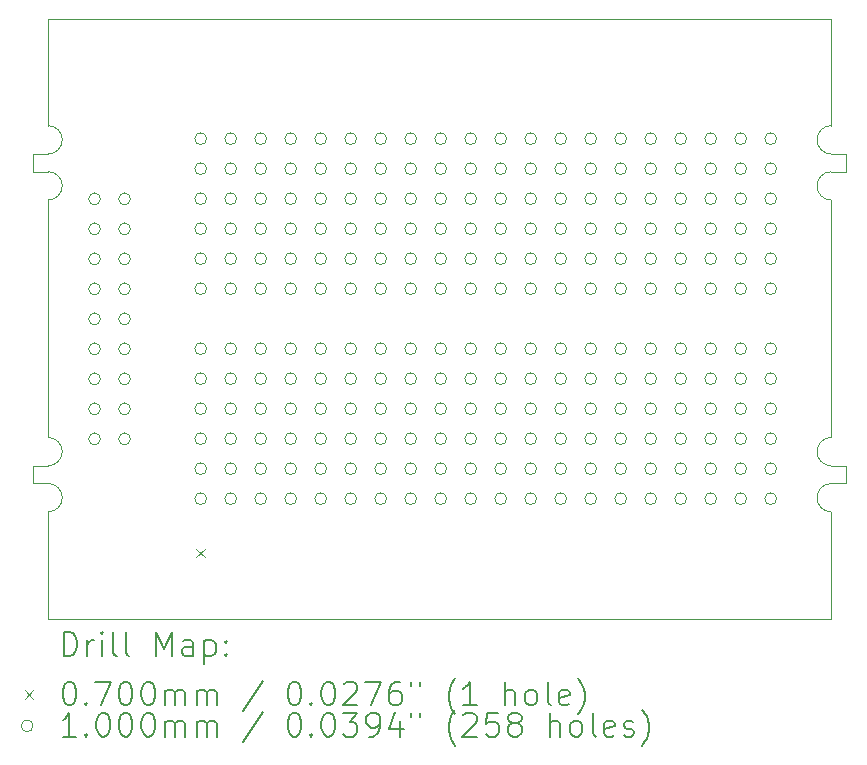
<source format=gbr>
%TF.GenerationSoftware,KiCad,Pcbnew,8.0.8*%
%TF.CreationDate,2025-02-19T14:00:39-05:00*%
%TF.ProjectId,plot_gerbers,706c6f74-5f67-4657-9262-6572732e6b69,rev?*%
%TF.SameCoordinates,Original*%
%TF.FileFunction,Drillmap*%
%TF.FilePolarity,Positive*%
%FSLAX45Y45*%
G04 Gerber Fmt 4.5, Leading zero omitted, Abs format (unit mm)*
G04 Created by KiCad (PCBNEW 8.0.8) date 2025-02-19 14:00:39*
%MOMM*%
%LPD*%
G01*
G04 APERTURE LIST*
%ADD10C,0.050000*%
%ADD11C,0.200000*%
%ADD12C,0.100000*%
G04 APERTURE END LIST*
D10*
X10812000Y-8335000D02*
G75*
G02*
X10932000Y-8455000I3J-119997D01*
G01*
X17442000Y-10825000D02*
G75*
G02*
X17322000Y-10705000I-3J119997D01*
G01*
X10812000Y-7040000D02*
X10812000Y-7945000D01*
X10932000Y-11095000D02*
G75*
G02*
X10812000Y-11215000I-120007J7D01*
G01*
X17442000Y-11215000D02*
G75*
G02*
X17322000Y-11095000I-3J119997D01*
G01*
X10812000Y-10585000D02*
G75*
G02*
X10932000Y-10705000I3J-119997D01*
G01*
X17322000Y-11095000D02*
G75*
G02*
X17442000Y-10975000I120007J-7D01*
G01*
X17442000Y-10975000D02*
X17567000Y-10975000D01*
X10812000Y-10825000D02*
X10687000Y-10825000D01*
X17567000Y-8185000D02*
X17567000Y-8335000D01*
X17442000Y-8335000D02*
X17567000Y-8335000D01*
X10932000Y-8455000D02*
G75*
G02*
X10812000Y-8575000I-120007J7D01*
G01*
X10812000Y-11215000D02*
X10812000Y-12120000D01*
X10932000Y-10705000D02*
G75*
G02*
X10812000Y-10825000I-120007J7D01*
G01*
X17442000Y-8185000D02*
X17567000Y-8185000D01*
X10687000Y-10975000D02*
X10687000Y-10825000D01*
X10812000Y-10975000D02*
G75*
G02*
X10932000Y-11095000I3J-119997D01*
G01*
X17442000Y-8185000D02*
G75*
G02*
X17322000Y-8065000I-3J119997D01*
G01*
X17442000Y-8575000D02*
G75*
G02*
X17322000Y-8455000I-3J119997D01*
G01*
X17567000Y-10825000D02*
X17567000Y-10975000D01*
X17442000Y-10825000D02*
X17567000Y-10825000D01*
X10812000Y-10975000D02*
X10687000Y-10975000D01*
X17442000Y-7945000D02*
X17442000Y-7040000D01*
X10812000Y-8335000D02*
X10687000Y-8335000D01*
X17322000Y-8065000D02*
G75*
G02*
X17442000Y-7945000I120007J-7D01*
G01*
X10812000Y-12120000D02*
X17442000Y-12120000D01*
X10812000Y-7945000D02*
G75*
G02*
X10932000Y-8065000I3J-119997D01*
G01*
X17322000Y-10705000D02*
G75*
G02*
X17442000Y-10585000I120007J-7D01*
G01*
X17442000Y-10585000D02*
X17442000Y-8575000D01*
X17442000Y-12120000D02*
X17442000Y-11215000D01*
X10687000Y-8335000D02*
X10687000Y-8185000D01*
X17322000Y-8455000D02*
G75*
G02*
X17442000Y-8335000I120007J-7D01*
G01*
X10812000Y-7040000D02*
X17442000Y-7040000D01*
X10812000Y-8185000D02*
X10687000Y-8185000D01*
X10932000Y-8065000D02*
G75*
G02*
X10812000Y-8185000I-120007J7D01*
G01*
X10812000Y-8575000D02*
X10812000Y-10585000D01*
D11*
D12*
X12068000Y-11529000D02*
X12138000Y-11599000D01*
X12138000Y-11529000D02*
X12068000Y-11599000D01*
X11255000Y-8565000D02*
G75*
G02*
X11155000Y-8565000I-50000J0D01*
G01*
X11155000Y-8565000D02*
G75*
G02*
X11255000Y-8565000I50000J0D01*
G01*
X11255000Y-8819000D02*
G75*
G02*
X11155000Y-8819000I-50000J0D01*
G01*
X11155000Y-8819000D02*
G75*
G02*
X11255000Y-8819000I50000J0D01*
G01*
X11255000Y-9073000D02*
G75*
G02*
X11155000Y-9073000I-50000J0D01*
G01*
X11155000Y-9073000D02*
G75*
G02*
X11255000Y-9073000I50000J0D01*
G01*
X11255000Y-9327000D02*
G75*
G02*
X11155000Y-9327000I-50000J0D01*
G01*
X11155000Y-9327000D02*
G75*
G02*
X11255000Y-9327000I50000J0D01*
G01*
X11255000Y-9581000D02*
G75*
G02*
X11155000Y-9581000I-50000J0D01*
G01*
X11155000Y-9581000D02*
G75*
G02*
X11255000Y-9581000I50000J0D01*
G01*
X11255000Y-9835000D02*
G75*
G02*
X11155000Y-9835000I-50000J0D01*
G01*
X11155000Y-9835000D02*
G75*
G02*
X11255000Y-9835000I50000J0D01*
G01*
X11255000Y-10089000D02*
G75*
G02*
X11155000Y-10089000I-50000J0D01*
G01*
X11155000Y-10089000D02*
G75*
G02*
X11255000Y-10089000I50000J0D01*
G01*
X11255000Y-10343000D02*
G75*
G02*
X11155000Y-10343000I-50000J0D01*
G01*
X11155000Y-10343000D02*
G75*
G02*
X11255000Y-10343000I50000J0D01*
G01*
X11255000Y-10597000D02*
G75*
G02*
X11155000Y-10597000I-50000J0D01*
G01*
X11155000Y-10597000D02*
G75*
G02*
X11255000Y-10597000I50000J0D01*
G01*
X11509000Y-8565000D02*
G75*
G02*
X11409000Y-8565000I-50000J0D01*
G01*
X11409000Y-8565000D02*
G75*
G02*
X11509000Y-8565000I50000J0D01*
G01*
X11509000Y-8819000D02*
G75*
G02*
X11409000Y-8819000I-50000J0D01*
G01*
X11409000Y-8819000D02*
G75*
G02*
X11509000Y-8819000I50000J0D01*
G01*
X11509000Y-9073000D02*
G75*
G02*
X11409000Y-9073000I-50000J0D01*
G01*
X11409000Y-9073000D02*
G75*
G02*
X11509000Y-9073000I50000J0D01*
G01*
X11509000Y-9327000D02*
G75*
G02*
X11409000Y-9327000I-50000J0D01*
G01*
X11409000Y-9327000D02*
G75*
G02*
X11509000Y-9327000I50000J0D01*
G01*
X11509000Y-9581000D02*
G75*
G02*
X11409000Y-9581000I-50000J0D01*
G01*
X11409000Y-9581000D02*
G75*
G02*
X11509000Y-9581000I50000J0D01*
G01*
X11509000Y-9835000D02*
G75*
G02*
X11409000Y-9835000I-50000J0D01*
G01*
X11409000Y-9835000D02*
G75*
G02*
X11509000Y-9835000I50000J0D01*
G01*
X11509000Y-10089000D02*
G75*
G02*
X11409000Y-10089000I-50000J0D01*
G01*
X11409000Y-10089000D02*
G75*
G02*
X11509000Y-10089000I50000J0D01*
G01*
X11509000Y-10343000D02*
G75*
G02*
X11409000Y-10343000I-50000J0D01*
G01*
X11409000Y-10343000D02*
G75*
G02*
X11509000Y-10343000I50000J0D01*
G01*
X11509000Y-10597000D02*
G75*
G02*
X11409000Y-10597000I-50000J0D01*
G01*
X11409000Y-10597000D02*
G75*
G02*
X11509000Y-10597000I50000J0D01*
G01*
X12154000Y-8056000D02*
G75*
G02*
X12054000Y-8056000I-50000J0D01*
G01*
X12054000Y-8056000D02*
G75*
G02*
X12154000Y-8056000I50000J0D01*
G01*
X12154000Y-8310000D02*
G75*
G02*
X12054000Y-8310000I-50000J0D01*
G01*
X12054000Y-8310000D02*
G75*
G02*
X12154000Y-8310000I50000J0D01*
G01*
X12154000Y-8564000D02*
G75*
G02*
X12054000Y-8564000I-50000J0D01*
G01*
X12054000Y-8564000D02*
G75*
G02*
X12154000Y-8564000I50000J0D01*
G01*
X12154000Y-8818000D02*
G75*
G02*
X12054000Y-8818000I-50000J0D01*
G01*
X12054000Y-8818000D02*
G75*
G02*
X12154000Y-8818000I50000J0D01*
G01*
X12154000Y-9072000D02*
G75*
G02*
X12054000Y-9072000I-50000J0D01*
G01*
X12054000Y-9072000D02*
G75*
G02*
X12154000Y-9072000I50000J0D01*
G01*
X12154000Y-9326000D02*
G75*
G02*
X12054000Y-9326000I-50000J0D01*
G01*
X12054000Y-9326000D02*
G75*
G02*
X12154000Y-9326000I50000J0D01*
G01*
X12154000Y-9834000D02*
G75*
G02*
X12054000Y-9834000I-50000J0D01*
G01*
X12054000Y-9834000D02*
G75*
G02*
X12154000Y-9834000I50000J0D01*
G01*
X12154000Y-10088000D02*
G75*
G02*
X12054000Y-10088000I-50000J0D01*
G01*
X12054000Y-10088000D02*
G75*
G02*
X12154000Y-10088000I50000J0D01*
G01*
X12154000Y-10342000D02*
G75*
G02*
X12054000Y-10342000I-50000J0D01*
G01*
X12054000Y-10342000D02*
G75*
G02*
X12154000Y-10342000I50000J0D01*
G01*
X12154000Y-10596000D02*
G75*
G02*
X12054000Y-10596000I-50000J0D01*
G01*
X12054000Y-10596000D02*
G75*
G02*
X12154000Y-10596000I50000J0D01*
G01*
X12154000Y-10850000D02*
G75*
G02*
X12054000Y-10850000I-50000J0D01*
G01*
X12054000Y-10850000D02*
G75*
G02*
X12154000Y-10850000I50000J0D01*
G01*
X12154000Y-11104000D02*
G75*
G02*
X12054000Y-11104000I-50000J0D01*
G01*
X12054000Y-11104000D02*
G75*
G02*
X12154000Y-11104000I50000J0D01*
G01*
X12408000Y-8056000D02*
G75*
G02*
X12308000Y-8056000I-50000J0D01*
G01*
X12308000Y-8056000D02*
G75*
G02*
X12408000Y-8056000I50000J0D01*
G01*
X12408000Y-8310000D02*
G75*
G02*
X12308000Y-8310000I-50000J0D01*
G01*
X12308000Y-8310000D02*
G75*
G02*
X12408000Y-8310000I50000J0D01*
G01*
X12408000Y-8564000D02*
G75*
G02*
X12308000Y-8564000I-50000J0D01*
G01*
X12308000Y-8564000D02*
G75*
G02*
X12408000Y-8564000I50000J0D01*
G01*
X12408000Y-8818000D02*
G75*
G02*
X12308000Y-8818000I-50000J0D01*
G01*
X12308000Y-8818000D02*
G75*
G02*
X12408000Y-8818000I50000J0D01*
G01*
X12408000Y-9072000D02*
G75*
G02*
X12308000Y-9072000I-50000J0D01*
G01*
X12308000Y-9072000D02*
G75*
G02*
X12408000Y-9072000I50000J0D01*
G01*
X12408000Y-9326000D02*
G75*
G02*
X12308000Y-9326000I-50000J0D01*
G01*
X12308000Y-9326000D02*
G75*
G02*
X12408000Y-9326000I50000J0D01*
G01*
X12408000Y-9834000D02*
G75*
G02*
X12308000Y-9834000I-50000J0D01*
G01*
X12308000Y-9834000D02*
G75*
G02*
X12408000Y-9834000I50000J0D01*
G01*
X12408000Y-10088000D02*
G75*
G02*
X12308000Y-10088000I-50000J0D01*
G01*
X12308000Y-10088000D02*
G75*
G02*
X12408000Y-10088000I50000J0D01*
G01*
X12408000Y-10342000D02*
G75*
G02*
X12308000Y-10342000I-50000J0D01*
G01*
X12308000Y-10342000D02*
G75*
G02*
X12408000Y-10342000I50000J0D01*
G01*
X12408000Y-10596000D02*
G75*
G02*
X12308000Y-10596000I-50000J0D01*
G01*
X12308000Y-10596000D02*
G75*
G02*
X12408000Y-10596000I50000J0D01*
G01*
X12408000Y-10850000D02*
G75*
G02*
X12308000Y-10850000I-50000J0D01*
G01*
X12308000Y-10850000D02*
G75*
G02*
X12408000Y-10850000I50000J0D01*
G01*
X12408000Y-11104000D02*
G75*
G02*
X12308000Y-11104000I-50000J0D01*
G01*
X12308000Y-11104000D02*
G75*
G02*
X12408000Y-11104000I50000J0D01*
G01*
X12662000Y-8056000D02*
G75*
G02*
X12562000Y-8056000I-50000J0D01*
G01*
X12562000Y-8056000D02*
G75*
G02*
X12662000Y-8056000I50000J0D01*
G01*
X12662000Y-8310000D02*
G75*
G02*
X12562000Y-8310000I-50000J0D01*
G01*
X12562000Y-8310000D02*
G75*
G02*
X12662000Y-8310000I50000J0D01*
G01*
X12662000Y-8564000D02*
G75*
G02*
X12562000Y-8564000I-50000J0D01*
G01*
X12562000Y-8564000D02*
G75*
G02*
X12662000Y-8564000I50000J0D01*
G01*
X12662000Y-8818000D02*
G75*
G02*
X12562000Y-8818000I-50000J0D01*
G01*
X12562000Y-8818000D02*
G75*
G02*
X12662000Y-8818000I50000J0D01*
G01*
X12662000Y-9072000D02*
G75*
G02*
X12562000Y-9072000I-50000J0D01*
G01*
X12562000Y-9072000D02*
G75*
G02*
X12662000Y-9072000I50000J0D01*
G01*
X12662000Y-9326000D02*
G75*
G02*
X12562000Y-9326000I-50000J0D01*
G01*
X12562000Y-9326000D02*
G75*
G02*
X12662000Y-9326000I50000J0D01*
G01*
X12662000Y-9834000D02*
G75*
G02*
X12562000Y-9834000I-50000J0D01*
G01*
X12562000Y-9834000D02*
G75*
G02*
X12662000Y-9834000I50000J0D01*
G01*
X12662000Y-10088000D02*
G75*
G02*
X12562000Y-10088000I-50000J0D01*
G01*
X12562000Y-10088000D02*
G75*
G02*
X12662000Y-10088000I50000J0D01*
G01*
X12662000Y-10342000D02*
G75*
G02*
X12562000Y-10342000I-50000J0D01*
G01*
X12562000Y-10342000D02*
G75*
G02*
X12662000Y-10342000I50000J0D01*
G01*
X12662000Y-10596000D02*
G75*
G02*
X12562000Y-10596000I-50000J0D01*
G01*
X12562000Y-10596000D02*
G75*
G02*
X12662000Y-10596000I50000J0D01*
G01*
X12662000Y-10850000D02*
G75*
G02*
X12562000Y-10850000I-50000J0D01*
G01*
X12562000Y-10850000D02*
G75*
G02*
X12662000Y-10850000I50000J0D01*
G01*
X12662000Y-11104000D02*
G75*
G02*
X12562000Y-11104000I-50000J0D01*
G01*
X12562000Y-11104000D02*
G75*
G02*
X12662000Y-11104000I50000J0D01*
G01*
X12916000Y-8056000D02*
G75*
G02*
X12816000Y-8056000I-50000J0D01*
G01*
X12816000Y-8056000D02*
G75*
G02*
X12916000Y-8056000I50000J0D01*
G01*
X12916000Y-8310000D02*
G75*
G02*
X12816000Y-8310000I-50000J0D01*
G01*
X12816000Y-8310000D02*
G75*
G02*
X12916000Y-8310000I50000J0D01*
G01*
X12916000Y-8564000D02*
G75*
G02*
X12816000Y-8564000I-50000J0D01*
G01*
X12816000Y-8564000D02*
G75*
G02*
X12916000Y-8564000I50000J0D01*
G01*
X12916000Y-8818000D02*
G75*
G02*
X12816000Y-8818000I-50000J0D01*
G01*
X12816000Y-8818000D02*
G75*
G02*
X12916000Y-8818000I50000J0D01*
G01*
X12916000Y-9072000D02*
G75*
G02*
X12816000Y-9072000I-50000J0D01*
G01*
X12816000Y-9072000D02*
G75*
G02*
X12916000Y-9072000I50000J0D01*
G01*
X12916000Y-9326000D02*
G75*
G02*
X12816000Y-9326000I-50000J0D01*
G01*
X12816000Y-9326000D02*
G75*
G02*
X12916000Y-9326000I50000J0D01*
G01*
X12916000Y-9834000D02*
G75*
G02*
X12816000Y-9834000I-50000J0D01*
G01*
X12816000Y-9834000D02*
G75*
G02*
X12916000Y-9834000I50000J0D01*
G01*
X12916000Y-10088000D02*
G75*
G02*
X12816000Y-10088000I-50000J0D01*
G01*
X12816000Y-10088000D02*
G75*
G02*
X12916000Y-10088000I50000J0D01*
G01*
X12916000Y-10342000D02*
G75*
G02*
X12816000Y-10342000I-50000J0D01*
G01*
X12816000Y-10342000D02*
G75*
G02*
X12916000Y-10342000I50000J0D01*
G01*
X12916000Y-10596000D02*
G75*
G02*
X12816000Y-10596000I-50000J0D01*
G01*
X12816000Y-10596000D02*
G75*
G02*
X12916000Y-10596000I50000J0D01*
G01*
X12916000Y-10850000D02*
G75*
G02*
X12816000Y-10850000I-50000J0D01*
G01*
X12816000Y-10850000D02*
G75*
G02*
X12916000Y-10850000I50000J0D01*
G01*
X12916000Y-11104000D02*
G75*
G02*
X12816000Y-11104000I-50000J0D01*
G01*
X12816000Y-11104000D02*
G75*
G02*
X12916000Y-11104000I50000J0D01*
G01*
X13170000Y-8056000D02*
G75*
G02*
X13070000Y-8056000I-50000J0D01*
G01*
X13070000Y-8056000D02*
G75*
G02*
X13170000Y-8056000I50000J0D01*
G01*
X13170000Y-8310000D02*
G75*
G02*
X13070000Y-8310000I-50000J0D01*
G01*
X13070000Y-8310000D02*
G75*
G02*
X13170000Y-8310000I50000J0D01*
G01*
X13170000Y-8564000D02*
G75*
G02*
X13070000Y-8564000I-50000J0D01*
G01*
X13070000Y-8564000D02*
G75*
G02*
X13170000Y-8564000I50000J0D01*
G01*
X13170000Y-8818000D02*
G75*
G02*
X13070000Y-8818000I-50000J0D01*
G01*
X13070000Y-8818000D02*
G75*
G02*
X13170000Y-8818000I50000J0D01*
G01*
X13170000Y-9072000D02*
G75*
G02*
X13070000Y-9072000I-50000J0D01*
G01*
X13070000Y-9072000D02*
G75*
G02*
X13170000Y-9072000I50000J0D01*
G01*
X13170000Y-9326000D02*
G75*
G02*
X13070000Y-9326000I-50000J0D01*
G01*
X13070000Y-9326000D02*
G75*
G02*
X13170000Y-9326000I50000J0D01*
G01*
X13170000Y-9834000D02*
G75*
G02*
X13070000Y-9834000I-50000J0D01*
G01*
X13070000Y-9834000D02*
G75*
G02*
X13170000Y-9834000I50000J0D01*
G01*
X13170000Y-10088000D02*
G75*
G02*
X13070000Y-10088000I-50000J0D01*
G01*
X13070000Y-10088000D02*
G75*
G02*
X13170000Y-10088000I50000J0D01*
G01*
X13170000Y-10342000D02*
G75*
G02*
X13070000Y-10342000I-50000J0D01*
G01*
X13070000Y-10342000D02*
G75*
G02*
X13170000Y-10342000I50000J0D01*
G01*
X13170000Y-10596000D02*
G75*
G02*
X13070000Y-10596000I-50000J0D01*
G01*
X13070000Y-10596000D02*
G75*
G02*
X13170000Y-10596000I50000J0D01*
G01*
X13170000Y-10850000D02*
G75*
G02*
X13070000Y-10850000I-50000J0D01*
G01*
X13070000Y-10850000D02*
G75*
G02*
X13170000Y-10850000I50000J0D01*
G01*
X13170000Y-11104000D02*
G75*
G02*
X13070000Y-11104000I-50000J0D01*
G01*
X13070000Y-11104000D02*
G75*
G02*
X13170000Y-11104000I50000J0D01*
G01*
X13424000Y-8056000D02*
G75*
G02*
X13324000Y-8056000I-50000J0D01*
G01*
X13324000Y-8056000D02*
G75*
G02*
X13424000Y-8056000I50000J0D01*
G01*
X13424000Y-8310000D02*
G75*
G02*
X13324000Y-8310000I-50000J0D01*
G01*
X13324000Y-8310000D02*
G75*
G02*
X13424000Y-8310000I50000J0D01*
G01*
X13424000Y-8564000D02*
G75*
G02*
X13324000Y-8564000I-50000J0D01*
G01*
X13324000Y-8564000D02*
G75*
G02*
X13424000Y-8564000I50000J0D01*
G01*
X13424000Y-8818000D02*
G75*
G02*
X13324000Y-8818000I-50000J0D01*
G01*
X13324000Y-8818000D02*
G75*
G02*
X13424000Y-8818000I50000J0D01*
G01*
X13424000Y-9072000D02*
G75*
G02*
X13324000Y-9072000I-50000J0D01*
G01*
X13324000Y-9072000D02*
G75*
G02*
X13424000Y-9072000I50000J0D01*
G01*
X13424000Y-9326000D02*
G75*
G02*
X13324000Y-9326000I-50000J0D01*
G01*
X13324000Y-9326000D02*
G75*
G02*
X13424000Y-9326000I50000J0D01*
G01*
X13424000Y-9834000D02*
G75*
G02*
X13324000Y-9834000I-50000J0D01*
G01*
X13324000Y-9834000D02*
G75*
G02*
X13424000Y-9834000I50000J0D01*
G01*
X13424000Y-10088000D02*
G75*
G02*
X13324000Y-10088000I-50000J0D01*
G01*
X13324000Y-10088000D02*
G75*
G02*
X13424000Y-10088000I50000J0D01*
G01*
X13424000Y-10342000D02*
G75*
G02*
X13324000Y-10342000I-50000J0D01*
G01*
X13324000Y-10342000D02*
G75*
G02*
X13424000Y-10342000I50000J0D01*
G01*
X13424000Y-10596000D02*
G75*
G02*
X13324000Y-10596000I-50000J0D01*
G01*
X13324000Y-10596000D02*
G75*
G02*
X13424000Y-10596000I50000J0D01*
G01*
X13424000Y-10850000D02*
G75*
G02*
X13324000Y-10850000I-50000J0D01*
G01*
X13324000Y-10850000D02*
G75*
G02*
X13424000Y-10850000I50000J0D01*
G01*
X13424000Y-11104000D02*
G75*
G02*
X13324000Y-11104000I-50000J0D01*
G01*
X13324000Y-11104000D02*
G75*
G02*
X13424000Y-11104000I50000J0D01*
G01*
X13678000Y-8056000D02*
G75*
G02*
X13578000Y-8056000I-50000J0D01*
G01*
X13578000Y-8056000D02*
G75*
G02*
X13678000Y-8056000I50000J0D01*
G01*
X13678000Y-8310000D02*
G75*
G02*
X13578000Y-8310000I-50000J0D01*
G01*
X13578000Y-8310000D02*
G75*
G02*
X13678000Y-8310000I50000J0D01*
G01*
X13678000Y-8564000D02*
G75*
G02*
X13578000Y-8564000I-50000J0D01*
G01*
X13578000Y-8564000D02*
G75*
G02*
X13678000Y-8564000I50000J0D01*
G01*
X13678000Y-8818000D02*
G75*
G02*
X13578000Y-8818000I-50000J0D01*
G01*
X13578000Y-8818000D02*
G75*
G02*
X13678000Y-8818000I50000J0D01*
G01*
X13678000Y-9072000D02*
G75*
G02*
X13578000Y-9072000I-50000J0D01*
G01*
X13578000Y-9072000D02*
G75*
G02*
X13678000Y-9072000I50000J0D01*
G01*
X13678000Y-9326000D02*
G75*
G02*
X13578000Y-9326000I-50000J0D01*
G01*
X13578000Y-9326000D02*
G75*
G02*
X13678000Y-9326000I50000J0D01*
G01*
X13678000Y-9834000D02*
G75*
G02*
X13578000Y-9834000I-50000J0D01*
G01*
X13578000Y-9834000D02*
G75*
G02*
X13678000Y-9834000I50000J0D01*
G01*
X13678000Y-10088000D02*
G75*
G02*
X13578000Y-10088000I-50000J0D01*
G01*
X13578000Y-10088000D02*
G75*
G02*
X13678000Y-10088000I50000J0D01*
G01*
X13678000Y-10342000D02*
G75*
G02*
X13578000Y-10342000I-50000J0D01*
G01*
X13578000Y-10342000D02*
G75*
G02*
X13678000Y-10342000I50000J0D01*
G01*
X13678000Y-10596000D02*
G75*
G02*
X13578000Y-10596000I-50000J0D01*
G01*
X13578000Y-10596000D02*
G75*
G02*
X13678000Y-10596000I50000J0D01*
G01*
X13678000Y-10850000D02*
G75*
G02*
X13578000Y-10850000I-50000J0D01*
G01*
X13578000Y-10850000D02*
G75*
G02*
X13678000Y-10850000I50000J0D01*
G01*
X13678000Y-11104000D02*
G75*
G02*
X13578000Y-11104000I-50000J0D01*
G01*
X13578000Y-11104000D02*
G75*
G02*
X13678000Y-11104000I50000J0D01*
G01*
X13932000Y-8056000D02*
G75*
G02*
X13832000Y-8056000I-50000J0D01*
G01*
X13832000Y-8056000D02*
G75*
G02*
X13932000Y-8056000I50000J0D01*
G01*
X13932000Y-8310000D02*
G75*
G02*
X13832000Y-8310000I-50000J0D01*
G01*
X13832000Y-8310000D02*
G75*
G02*
X13932000Y-8310000I50000J0D01*
G01*
X13932000Y-8564000D02*
G75*
G02*
X13832000Y-8564000I-50000J0D01*
G01*
X13832000Y-8564000D02*
G75*
G02*
X13932000Y-8564000I50000J0D01*
G01*
X13932000Y-8818000D02*
G75*
G02*
X13832000Y-8818000I-50000J0D01*
G01*
X13832000Y-8818000D02*
G75*
G02*
X13932000Y-8818000I50000J0D01*
G01*
X13932000Y-9072000D02*
G75*
G02*
X13832000Y-9072000I-50000J0D01*
G01*
X13832000Y-9072000D02*
G75*
G02*
X13932000Y-9072000I50000J0D01*
G01*
X13932000Y-9326000D02*
G75*
G02*
X13832000Y-9326000I-50000J0D01*
G01*
X13832000Y-9326000D02*
G75*
G02*
X13932000Y-9326000I50000J0D01*
G01*
X13932000Y-9834000D02*
G75*
G02*
X13832000Y-9834000I-50000J0D01*
G01*
X13832000Y-9834000D02*
G75*
G02*
X13932000Y-9834000I50000J0D01*
G01*
X13932000Y-10088000D02*
G75*
G02*
X13832000Y-10088000I-50000J0D01*
G01*
X13832000Y-10088000D02*
G75*
G02*
X13932000Y-10088000I50000J0D01*
G01*
X13932000Y-10342000D02*
G75*
G02*
X13832000Y-10342000I-50000J0D01*
G01*
X13832000Y-10342000D02*
G75*
G02*
X13932000Y-10342000I50000J0D01*
G01*
X13932000Y-10596000D02*
G75*
G02*
X13832000Y-10596000I-50000J0D01*
G01*
X13832000Y-10596000D02*
G75*
G02*
X13932000Y-10596000I50000J0D01*
G01*
X13932000Y-10850000D02*
G75*
G02*
X13832000Y-10850000I-50000J0D01*
G01*
X13832000Y-10850000D02*
G75*
G02*
X13932000Y-10850000I50000J0D01*
G01*
X13932000Y-11104000D02*
G75*
G02*
X13832000Y-11104000I-50000J0D01*
G01*
X13832000Y-11104000D02*
G75*
G02*
X13932000Y-11104000I50000J0D01*
G01*
X14186000Y-8056000D02*
G75*
G02*
X14086000Y-8056000I-50000J0D01*
G01*
X14086000Y-8056000D02*
G75*
G02*
X14186000Y-8056000I50000J0D01*
G01*
X14186000Y-8310000D02*
G75*
G02*
X14086000Y-8310000I-50000J0D01*
G01*
X14086000Y-8310000D02*
G75*
G02*
X14186000Y-8310000I50000J0D01*
G01*
X14186000Y-8564000D02*
G75*
G02*
X14086000Y-8564000I-50000J0D01*
G01*
X14086000Y-8564000D02*
G75*
G02*
X14186000Y-8564000I50000J0D01*
G01*
X14186000Y-8818000D02*
G75*
G02*
X14086000Y-8818000I-50000J0D01*
G01*
X14086000Y-8818000D02*
G75*
G02*
X14186000Y-8818000I50000J0D01*
G01*
X14186000Y-9072000D02*
G75*
G02*
X14086000Y-9072000I-50000J0D01*
G01*
X14086000Y-9072000D02*
G75*
G02*
X14186000Y-9072000I50000J0D01*
G01*
X14186000Y-9326000D02*
G75*
G02*
X14086000Y-9326000I-50000J0D01*
G01*
X14086000Y-9326000D02*
G75*
G02*
X14186000Y-9326000I50000J0D01*
G01*
X14186000Y-9834000D02*
G75*
G02*
X14086000Y-9834000I-50000J0D01*
G01*
X14086000Y-9834000D02*
G75*
G02*
X14186000Y-9834000I50000J0D01*
G01*
X14186000Y-10088000D02*
G75*
G02*
X14086000Y-10088000I-50000J0D01*
G01*
X14086000Y-10088000D02*
G75*
G02*
X14186000Y-10088000I50000J0D01*
G01*
X14186000Y-10342000D02*
G75*
G02*
X14086000Y-10342000I-50000J0D01*
G01*
X14086000Y-10342000D02*
G75*
G02*
X14186000Y-10342000I50000J0D01*
G01*
X14186000Y-10596000D02*
G75*
G02*
X14086000Y-10596000I-50000J0D01*
G01*
X14086000Y-10596000D02*
G75*
G02*
X14186000Y-10596000I50000J0D01*
G01*
X14186000Y-10850000D02*
G75*
G02*
X14086000Y-10850000I-50000J0D01*
G01*
X14086000Y-10850000D02*
G75*
G02*
X14186000Y-10850000I50000J0D01*
G01*
X14186000Y-11104000D02*
G75*
G02*
X14086000Y-11104000I-50000J0D01*
G01*
X14086000Y-11104000D02*
G75*
G02*
X14186000Y-11104000I50000J0D01*
G01*
X14440000Y-8056000D02*
G75*
G02*
X14340000Y-8056000I-50000J0D01*
G01*
X14340000Y-8056000D02*
G75*
G02*
X14440000Y-8056000I50000J0D01*
G01*
X14440000Y-8310000D02*
G75*
G02*
X14340000Y-8310000I-50000J0D01*
G01*
X14340000Y-8310000D02*
G75*
G02*
X14440000Y-8310000I50000J0D01*
G01*
X14440000Y-8564000D02*
G75*
G02*
X14340000Y-8564000I-50000J0D01*
G01*
X14340000Y-8564000D02*
G75*
G02*
X14440000Y-8564000I50000J0D01*
G01*
X14440000Y-8818000D02*
G75*
G02*
X14340000Y-8818000I-50000J0D01*
G01*
X14340000Y-8818000D02*
G75*
G02*
X14440000Y-8818000I50000J0D01*
G01*
X14440000Y-9072000D02*
G75*
G02*
X14340000Y-9072000I-50000J0D01*
G01*
X14340000Y-9072000D02*
G75*
G02*
X14440000Y-9072000I50000J0D01*
G01*
X14440000Y-9326000D02*
G75*
G02*
X14340000Y-9326000I-50000J0D01*
G01*
X14340000Y-9326000D02*
G75*
G02*
X14440000Y-9326000I50000J0D01*
G01*
X14440000Y-9834000D02*
G75*
G02*
X14340000Y-9834000I-50000J0D01*
G01*
X14340000Y-9834000D02*
G75*
G02*
X14440000Y-9834000I50000J0D01*
G01*
X14440000Y-10088000D02*
G75*
G02*
X14340000Y-10088000I-50000J0D01*
G01*
X14340000Y-10088000D02*
G75*
G02*
X14440000Y-10088000I50000J0D01*
G01*
X14440000Y-10342000D02*
G75*
G02*
X14340000Y-10342000I-50000J0D01*
G01*
X14340000Y-10342000D02*
G75*
G02*
X14440000Y-10342000I50000J0D01*
G01*
X14440000Y-10596000D02*
G75*
G02*
X14340000Y-10596000I-50000J0D01*
G01*
X14340000Y-10596000D02*
G75*
G02*
X14440000Y-10596000I50000J0D01*
G01*
X14440000Y-10850000D02*
G75*
G02*
X14340000Y-10850000I-50000J0D01*
G01*
X14340000Y-10850000D02*
G75*
G02*
X14440000Y-10850000I50000J0D01*
G01*
X14440000Y-11104000D02*
G75*
G02*
X14340000Y-11104000I-50000J0D01*
G01*
X14340000Y-11104000D02*
G75*
G02*
X14440000Y-11104000I50000J0D01*
G01*
X14694000Y-8056000D02*
G75*
G02*
X14594000Y-8056000I-50000J0D01*
G01*
X14594000Y-8056000D02*
G75*
G02*
X14694000Y-8056000I50000J0D01*
G01*
X14694000Y-8310000D02*
G75*
G02*
X14594000Y-8310000I-50000J0D01*
G01*
X14594000Y-8310000D02*
G75*
G02*
X14694000Y-8310000I50000J0D01*
G01*
X14694000Y-8564000D02*
G75*
G02*
X14594000Y-8564000I-50000J0D01*
G01*
X14594000Y-8564000D02*
G75*
G02*
X14694000Y-8564000I50000J0D01*
G01*
X14694000Y-8818000D02*
G75*
G02*
X14594000Y-8818000I-50000J0D01*
G01*
X14594000Y-8818000D02*
G75*
G02*
X14694000Y-8818000I50000J0D01*
G01*
X14694000Y-9072000D02*
G75*
G02*
X14594000Y-9072000I-50000J0D01*
G01*
X14594000Y-9072000D02*
G75*
G02*
X14694000Y-9072000I50000J0D01*
G01*
X14694000Y-9326000D02*
G75*
G02*
X14594000Y-9326000I-50000J0D01*
G01*
X14594000Y-9326000D02*
G75*
G02*
X14694000Y-9326000I50000J0D01*
G01*
X14694000Y-9834000D02*
G75*
G02*
X14594000Y-9834000I-50000J0D01*
G01*
X14594000Y-9834000D02*
G75*
G02*
X14694000Y-9834000I50000J0D01*
G01*
X14694000Y-10088000D02*
G75*
G02*
X14594000Y-10088000I-50000J0D01*
G01*
X14594000Y-10088000D02*
G75*
G02*
X14694000Y-10088000I50000J0D01*
G01*
X14694000Y-10342000D02*
G75*
G02*
X14594000Y-10342000I-50000J0D01*
G01*
X14594000Y-10342000D02*
G75*
G02*
X14694000Y-10342000I50000J0D01*
G01*
X14694000Y-10596000D02*
G75*
G02*
X14594000Y-10596000I-50000J0D01*
G01*
X14594000Y-10596000D02*
G75*
G02*
X14694000Y-10596000I50000J0D01*
G01*
X14694000Y-10850000D02*
G75*
G02*
X14594000Y-10850000I-50000J0D01*
G01*
X14594000Y-10850000D02*
G75*
G02*
X14694000Y-10850000I50000J0D01*
G01*
X14694000Y-11104000D02*
G75*
G02*
X14594000Y-11104000I-50000J0D01*
G01*
X14594000Y-11104000D02*
G75*
G02*
X14694000Y-11104000I50000J0D01*
G01*
X14948000Y-8056000D02*
G75*
G02*
X14848000Y-8056000I-50000J0D01*
G01*
X14848000Y-8056000D02*
G75*
G02*
X14948000Y-8056000I50000J0D01*
G01*
X14948000Y-8310000D02*
G75*
G02*
X14848000Y-8310000I-50000J0D01*
G01*
X14848000Y-8310000D02*
G75*
G02*
X14948000Y-8310000I50000J0D01*
G01*
X14948000Y-8564000D02*
G75*
G02*
X14848000Y-8564000I-50000J0D01*
G01*
X14848000Y-8564000D02*
G75*
G02*
X14948000Y-8564000I50000J0D01*
G01*
X14948000Y-8818000D02*
G75*
G02*
X14848000Y-8818000I-50000J0D01*
G01*
X14848000Y-8818000D02*
G75*
G02*
X14948000Y-8818000I50000J0D01*
G01*
X14948000Y-9072000D02*
G75*
G02*
X14848000Y-9072000I-50000J0D01*
G01*
X14848000Y-9072000D02*
G75*
G02*
X14948000Y-9072000I50000J0D01*
G01*
X14948000Y-9326000D02*
G75*
G02*
X14848000Y-9326000I-50000J0D01*
G01*
X14848000Y-9326000D02*
G75*
G02*
X14948000Y-9326000I50000J0D01*
G01*
X14948000Y-9834000D02*
G75*
G02*
X14848000Y-9834000I-50000J0D01*
G01*
X14848000Y-9834000D02*
G75*
G02*
X14948000Y-9834000I50000J0D01*
G01*
X14948000Y-10088000D02*
G75*
G02*
X14848000Y-10088000I-50000J0D01*
G01*
X14848000Y-10088000D02*
G75*
G02*
X14948000Y-10088000I50000J0D01*
G01*
X14948000Y-10342000D02*
G75*
G02*
X14848000Y-10342000I-50000J0D01*
G01*
X14848000Y-10342000D02*
G75*
G02*
X14948000Y-10342000I50000J0D01*
G01*
X14948000Y-10596000D02*
G75*
G02*
X14848000Y-10596000I-50000J0D01*
G01*
X14848000Y-10596000D02*
G75*
G02*
X14948000Y-10596000I50000J0D01*
G01*
X14948000Y-10850000D02*
G75*
G02*
X14848000Y-10850000I-50000J0D01*
G01*
X14848000Y-10850000D02*
G75*
G02*
X14948000Y-10850000I50000J0D01*
G01*
X14948000Y-11104000D02*
G75*
G02*
X14848000Y-11104000I-50000J0D01*
G01*
X14848000Y-11104000D02*
G75*
G02*
X14948000Y-11104000I50000J0D01*
G01*
X15202000Y-8056000D02*
G75*
G02*
X15102000Y-8056000I-50000J0D01*
G01*
X15102000Y-8056000D02*
G75*
G02*
X15202000Y-8056000I50000J0D01*
G01*
X15202000Y-8310000D02*
G75*
G02*
X15102000Y-8310000I-50000J0D01*
G01*
X15102000Y-8310000D02*
G75*
G02*
X15202000Y-8310000I50000J0D01*
G01*
X15202000Y-8564000D02*
G75*
G02*
X15102000Y-8564000I-50000J0D01*
G01*
X15102000Y-8564000D02*
G75*
G02*
X15202000Y-8564000I50000J0D01*
G01*
X15202000Y-8818000D02*
G75*
G02*
X15102000Y-8818000I-50000J0D01*
G01*
X15102000Y-8818000D02*
G75*
G02*
X15202000Y-8818000I50000J0D01*
G01*
X15202000Y-9072000D02*
G75*
G02*
X15102000Y-9072000I-50000J0D01*
G01*
X15102000Y-9072000D02*
G75*
G02*
X15202000Y-9072000I50000J0D01*
G01*
X15202000Y-9326000D02*
G75*
G02*
X15102000Y-9326000I-50000J0D01*
G01*
X15102000Y-9326000D02*
G75*
G02*
X15202000Y-9326000I50000J0D01*
G01*
X15202000Y-9834000D02*
G75*
G02*
X15102000Y-9834000I-50000J0D01*
G01*
X15102000Y-9834000D02*
G75*
G02*
X15202000Y-9834000I50000J0D01*
G01*
X15202000Y-10088000D02*
G75*
G02*
X15102000Y-10088000I-50000J0D01*
G01*
X15102000Y-10088000D02*
G75*
G02*
X15202000Y-10088000I50000J0D01*
G01*
X15202000Y-10342000D02*
G75*
G02*
X15102000Y-10342000I-50000J0D01*
G01*
X15102000Y-10342000D02*
G75*
G02*
X15202000Y-10342000I50000J0D01*
G01*
X15202000Y-10596000D02*
G75*
G02*
X15102000Y-10596000I-50000J0D01*
G01*
X15102000Y-10596000D02*
G75*
G02*
X15202000Y-10596000I50000J0D01*
G01*
X15202000Y-10850000D02*
G75*
G02*
X15102000Y-10850000I-50000J0D01*
G01*
X15102000Y-10850000D02*
G75*
G02*
X15202000Y-10850000I50000J0D01*
G01*
X15202000Y-11104000D02*
G75*
G02*
X15102000Y-11104000I-50000J0D01*
G01*
X15102000Y-11104000D02*
G75*
G02*
X15202000Y-11104000I50000J0D01*
G01*
X15456000Y-8056000D02*
G75*
G02*
X15356000Y-8056000I-50000J0D01*
G01*
X15356000Y-8056000D02*
G75*
G02*
X15456000Y-8056000I50000J0D01*
G01*
X15456000Y-8310000D02*
G75*
G02*
X15356000Y-8310000I-50000J0D01*
G01*
X15356000Y-8310000D02*
G75*
G02*
X15456000Y-8310000I50000J0D01*
G01*
X15456000Y-8564000D02*
G75*
G02*
X15356000Y-8564000I-50000J0D01*
G01*
X15356000Y-8564000D02*
G75*
G02*
X15456000Y-8564000I50000J0D01*
G01*
X15456000Y-8818000D02*
G75*
G02*
X15356000Y-8818000I-50000J0D01*
G01*
X15356000Y-8818000D02*
G75*
G02*
X15456000Y-8818000I50000J0D01*
G01*
X15456000Y-9072000D02*
G75*
G02*
X15356000Y-9072000I-50000J0D01*
G01*
X15356000Y-9072000D02*
G75*
G02*
X15456000Y-9072000I50000J0D01*
G01*
X15456000Y-9326000D02*
G75*
G02*
X15356000Y-9326000I-50000J0D01*
G01*
X15356000Y-9326000D02*
G75*
G02*
X15456000Y-9326000I50000J0D01*
G01*
X15456000Y-9834000D02*
G75*
G02*
X15356000Y-9834000I-50000J0D01*
G01*
X15356000Y-9834000D02*
G75*
G02*
X15456000Y-9834000I50000J0D01*
G01*
X15456000Y-10088000D02*
G75*
G02*
X15356000Y-10088000I-50000J0D01*
G01*
X15356000Y-10088000D02*
G75*
G02*
X15456000Y-10088000I50000J0D01*
G01*
X15456000Y-10342000D02*
G75*
G02*
X15356000Y-10342000I-50000J0D01*
G01*
X15356000Y-10342000D02*
G75*
G02*
X15456000Y-10342000I50000J0D01*
G01*
X15456000Y-10596000D02*
G75*
G02*
X15356000Y-10596000I-50000J0D01*
G01*
X15356000Y-10596000D02*
G75*
G02*
X15456000Y-10596000I50000J0D01*
G01*
X15456000Y-10850000D02*
G75*
G02*
X15356000Y-10850000I-50000J0D01*
G01*
X15356000Y-10850000D02*
G75*
G02*
X15456000Y-10850000I50000J0D01*
G01*
X15456000Y-11104000D02*
G75*
G02*
X15356000Y-11104000I-50000J0D01*
G01*
X15356000Y-11104000D02*
G75*
G02*
X15456000Y-11104000I50000J0D01*
G01*
X15710000Y-8056000D02*
G75*
G02*
X15610000Y-8056000I-50000J0D01*
G01*
X15610000Y-8056000D02*
G75*
G02*
X15710000Y-8056000I50000J0D01*
G01*
X15710000Y-8310000D02*
G75*
G02*
X15610000Y-8310000I-50000J0D01*
G01*
X15610000Y-8310000D02*
G75*
G02*
X15710000Y-8310000I50000J0D01*
G01*
X15710000Y-8564000D02*
G75*
G02*
X15610000Y-8564000I-50000J0D01*
G01*
X15610000Y-8564000D02*
G75*
G02*
X15710000Y-8564000I50000J0D01*
G01*
X15710000Y-8818000D02*
G75*
G02*
X15610000Y-8818000I-50000J0D01*
G01*
X15610000Y-8818000D02*
G75*
G02*
X15710000Y-8818000I50000J0D01*
G01*
X15710000Y-9072000D02*
G75*
G02*
X15610000Y-9072000I-50000J0D01*
G01*
X15610000Y-9072000D02*
G75*
G02*
X15710000Y-9072000I50000J0D01*
G01*
X15710000Y-9326000D02*
G75*
G02*
X15610000Y-9326000I-50000J0D01*
G01*
X15610000Y-9326000D02*
G75*
G02*
X15710000Y-9326000I50000J0D01*
G01*
X15710000Y-9834000D02*
G75*
G02*
X15610000Y-9834000I-50000J0D01*
G01*
X15610000Y-9834000D02*
G75*
G02*
X15710000Y-9834000I50000J0D01*
G01*
X15710000Y-10088000D02*
G75*
G02*
X15610000Y-10088000I-50000J0D01*
G01*
X15610000Y-10088000D02*
G75*
G02*
X15710000Y-10088000I50000J0D01*
G01*
X15710000Y-10342000D02*
G75*
G02*
X15610000Y-10342000I-50000J0D01*
G01*
X15610000Y-10342000D02*
G75*
G02*
X15710000Y-10342000I50000J0D01*
G01*
X15710000Y-10596000D02*
G75*
G02*
X15610000Y-10596000I-50000J0D01*
G01*
X15610000Y-10596000D02*
G75*
G02*
X15710000Y-10596000I50000J0D01*
G01*
X15710000Y-10850000D02*
G75*
G02*
X15610000Y-10850000I-50000J0D01*
G01*
X15610000Y-10850000D02*
G75*
G02*
X15710000Y-10850000I50000J0D01*
G01*
X15710000Y-11104000D02*
G75*
G02*
X15610000Y-11104000I-50000J0D01*
G01*
X15610000Y-11104000D02*
G75*
G02*
X15710000Y-11104000I50000J0D01*
G01*
X15964000Y-8056000D02*
G75*
G02*
X15864000Y-8056000I-50000J0D01*
G01*
X15864000Y-8056000D02*
G75*
G02*
X15964000Y-8056000I50000J0D01*
G01*
X15964000Y-8310000D02*
G75*
G02*
X15864000Y-8310000I-50000J0D01*
G01*
X15864000Y-8310000D02*
G75*
G02*
X15964000Y-8310000I50000J0D01*
G01*
X15964000Y-8564000D02*
G75*
G02*
X15864000Y-8564000I-50000J0D01*
G01*
X15864000Y-8564000D02*
G75*
G02*
X15964000Y-8564000I50000J0D01*
G01*
X15964000Y-8818000D02*
G75*
G02*
X15864000Y-8818000I-50000J0D01*
G01*
X15864000Y-8818000D02*
G75*
G02*
X15964000Y-8818000I50000J0D01*
G01*
X15964000Y-9072000D02*
G75*
G02*
X15864000Y-9072000I-50000J0D01*
G01*
X15864000Y-9072000D02*
G75*
G02*
X15964000Y-9072000I50000J0D01*
G01*
X15964000Y-9326000D02*
G75*
G02*
X15864000Y-9326000I-50000J0D01*
G01*
X15864000Y-9326000D02*
G75*
G02*
X15964000Y-9326000I50000J0D01*
G01*
X15964000Y-9834000D02*
G75*
G02*
X15864000Y-9834000I-50000J0D01*
G01*
X15864000Y-9834000D02*
G75*
G02*
X15964000Y-9834000I50000J0D01*
G01*
X15964000Y-10088000D02*
G75*
G02*
X15864000Y-10088000I-50000J0D01*
G01*
X15864000Y-10088000D02*
G75*
G02*
X15964000Y-10088000I50000J0D01*
G01*
X15964000Y-10342000D02*
G75*
G02*
X15864000Y-10342000I-50000J0D01*
G01*
X15864000Y-10342000D02*
G75*
G02*
X15964000Y-10342000I50000J0D01*
G01*
X15964000Y-10596000D02*
G75*
G02*
X15864000Y-10596000I-50000J0D01*
G01*
X15864000Y-10596000D02*
G75*
G02*
X15964000Y-10596000I50000J0D01*
G01*
X15964000Y-10850000D02*
G75*
G02*
X15864000Y-10850000I-50000J0D01*
G01*
X15864000Y-10850000D02*
G75*
G02*
X15964000Y-10850000I50000J0D01*
G01*
X15964000Y-11104000D02*
G75*
G02*
X15864000Y-11104000I-50000J0D01*
G01*
X15864000Y-11104000D02*
G75*
G02*
X15964000Y-11104000I50000J0D01*
G01*
X16218000Y-8056000D02*
G75*
G02*
X16118000Y-8056000I-50000J0D01*
G01*
X16118000Y-8056000D02*
G75*
G02*
X16218000Y-8056000I50000J0D01*
G01*
X16218000Y-8310000D02*
G75*
G02*
X16118000Y-8310000I-50000J0D01*
G01*
X16118000Y-8310000D02*
G75*
G02*
X16218000Y-8310000I50000J0D01*
G01*
X16218000Y-8564000D02*
G75*
G02*
X16118000Y-8564000I-50000J0D01*
G01*
X16118000Y-8564000D02*
G75*
G02*
X16218000Y-8564000I50000J0D01*
G01*
X16218000Y-8818000D02*
G75*
G02*
X16118000Y-8818000I-50000J0D01*
G01*
X16118000Y-8818000D02*
G75*
G02*
X16218000Y-8818000I50000J0D01*
G01*
X16218000Y-9072000D02*
G75*
G02*
X16118000Y-9072000I-50000J0D01*
G01*
X16118000Y-9072000D02*
G75*
G02*
X16218000Y-9072000I50000J0D01*
G01*
X16218000Y-9326000D02*
G75*
G02*
X16118000Y-9326000I-50000J0D01*
G01*
X16118000Y-9326000D02*
G75*
G02*
X16218000Y-9326000I50000J0D01*
G01*
X16218000Y-9834000D02*
G75*
G02*
X16118000Y-9834000I-50000J0D01*
G01*
X16118000Y-9834000D02*
G75*
G02*
X16218000Y-9834000I50000J0D01*
G01*
X16218000Y-10088000D02*
G75*
G02*
X16118000Y-10088000I-50000J0D01*
G01*
X16118000Y-10088000D02*
G75*
G02*
X16218000Y-10088000I50000J0D01*
G01*
X16218000Y-10342000D02*
G75*
G02*
X16118000Y-10342000I-50000J0D01*
G01*
X16118000Y-10342000D02*
G75*
G02*
X16218000Y-10342000I50000J0D01*
G01*
X16218000Y-10596000D02*
G75*
G02*
X16118000Y-10596000I-50000J0D01*
G01*
X16118000Y-10596000D02*
G75*
G02*
X16218000Y-10596000I50000J0D01*
G01*
X16218000Y-10850000D02*
G75*
G02*
X16118000Y-10850000I-50000J0D01*
G01*
X16118000Y-10850000D02*
G75*
G02*
X16218000Y-10850000I50000J0D01*
G01*
X16218000Y-11104000D02*
G75*
G02*
X16118000Y-11104000I-50000J0D01*
G01*
X16118000Y-11104000D02*
G75*
G02*
X16218000Y-11104000I50000J0D01*
G01*
X16472000Y-8056000D02*
G75*
G02*
X16372000Y-8056000I-50000J0D01*
G01*
X16372000Y-8056000D02*
G75*
G02*
X16472000Y-8056000I50000J0D01*
G01*
X16472000Y-8310000D02*
G75*
G02*
X16372000Y-8310000I-50000J0D01*
G01*
X16372000Y-8310000D02*
G75*
G02*
X16472000Y-8310000I50000J0D01*
G01*
X16472000Y-8564000D02*
G75*
G02*
X16372000Y-8564000I-50000J0D01*
G01*
X16372000Y-8564000D02*
G75*
G02*
X16472000Y-8564000I50000J0D01*
G01*
X16472000Y-8818000D02*
G75*
G02*
X16372000Y-8818000I-50000J0D01*
G01*
X16372000Y-8818000D02*
G75*
G02*
X16472000Y-8818000I50000J0D01*
G01*
X16472000Y-9072000D02*
G75*
G02*
X16372000Y-9072000I-50000J0D01*
G01*
X16372000Y-9072000D02*
G75*
G02*
X16472000Y-9072000I50000J0D01*
G01*
X16472000Y-9326000D02*
G75*
G02*
X16372000Y-9326000I-50000J0D01*
G01*
X16372000Y-9326000D02*
G75*
G02*
X16472000Y-9326000I50000J0D01*
G01*
X16472000Y-9834000D02*
G75*
G02*
X16372000Y-9834000I-50000J0D01*
G01*
X16372000Y-9834000D02*
G75*
G02*
X16472000Y-9834000I50000J0D01*
G01*
X16472000Y-10088000D02*
G75*
G02*
X16372000Y-10088000I-50000J0D01*
G01*
X16372000Y-10088000D02*
G75*
G02*
X16472000Y-10088000I50000J0D01*
G01*
X16472000Y-10342000D02*
G75*
G02*
X16372000Y-10342000I-50000J0D01*
G01*
X16372000Y-10342000D02*
G75*
G02*
X16472000Y-10342000I50000J0D01*
G01*
X16472000Y-10596000D02*
G75*
G02*
X16372000Y-10596000I-50000J0D01*
G01*
X16372000Y-10596000D02*
G75*
G02*
X16472000Y-10596000I50000J0D01*
G01*
X16472000Y-10850000D02*
G75*
G02*
X16372000Y-10850000I-50000J0D01*
G01*
X16372000Y-10850000D02*
G75*
G02*
X16472000Y-10850000I50000J0D01*
G01*
X16472000Y-11104000D02*
G75*
G02*
X16372000Y-11104000I-50000J0D01*
G01*
X16372000Y-11104000D02*
G75*
G02*
X16472000Y-11104000I50000J0D01*
G01*
X16726000Y-8056000D02*
G75*
G02*
X16626000Y-8056000I-50000J0D01*
G01*
X16626000Y-8056000D02*
G75*
G02*
X16726000Y-8056000I50000J0D01*
G01*
X16726000Y-8310000D02*
G75*
G02*
X16626000Y-8310000I-50000J0D01*
G01*
X16626000Y-8310000D02*
G75*
G02*
X16726000Y-8310000I50000J0D01*
G01*
X16726000Y-8564000D02*
G75*
G02*
X16626000Y-8564000I-50000J0D01*
G01*
X16626000Y-8564000D02*
G75*
G02*
X16726000Y-8564000I50000J0D01*
G01*
X16726000Y-8818000D02*
G75*
G02*
X16626000Y-8818000I-50000J0D01*
G01*
X16626000Y-8818000D02*
G75*
G02*
X16726000Y-8818000I50000J0D01*
G01*
X16726000Y-9072000D02*
G75*
G02*
X16626000Y-9072000I-50000J0D01*
G01*
X16626000Y-9072000D02*
G75*
G02*
X16726000Y-9072000I50000J0D01*
G01*
X16726000Y-9326000D02*
G75*
G02*
X16626000Y-9326000I-50000J0D01*
G01*
X16626000Y-9326000D02*
G75*
G02*
X16726000Y-9326000I50000J0D01*
G01*
X16726000Y-9834000D02*
G75*
G02*
X16626000Y-9834000I-50000J0D01*
G01*
X16626000Y-9834000D02*
G75*
G02*
X16726000Y-9834000I50000J0D01*
G01*
X16726000Y-10088000D02*
G75*
G02*
X16626000Y-10088000I-50000J0D01*
G01*
X16626000Y-10088000D02*
G75*
G02*
X16726000Y-10088000I50000J0D01*
G01*
X16726000Y-10342000D02*
G75*
G02*
X16626000Y-10342000I-50000J0D01*
G01*
X16626000Y-10342000D02*
G75*
G02*
X16726000Y-10342000I50000J0D01*
G01*
X16726000Y-10596000D02*
G75*
G02*
X16626000Y-10596000I-50000J0D01*
G01*
X16626000Y-10596000D02*
G75*
G02*
X16726000Y-10596000I50000J0D01*
G01*
X16726000Y-10850000D02*
G75*
G02*
X16626000Y-10850000I-50000J0D01*
G01*
X16626000Y-10850000D02*
G75*
G02*
X16726000Y-10850000I50000J0D01*
G01*
X16726000Y-11104000D02*
G75*
G02*
X16626000Y-11104000I-50000J0D01*
G01*
X16626000Y-11104000D02*
G75*
G02*
X16726000Y-11104000I50000J0D01*
G01*
X16980000Y-8056000D02*
G75*
G02*
X16880000Y-8056000I-50000J0D01*
G01*
X16880000Y-8056000D02*
G75*
G02*
X16980000Y-8056000I50000J0D01*
G01*
X16980000Y-8310000D02*
G75*
G02*
X16880000Y-8310000I-50000J0D01*
G01*
X16880000Y-8310000D02*
G75*
G02*
X16980000Y-8310000I50000J0D01*
G01*
X16980000Y-8564000D02*
G75*
G02*
X16880000Y-8564000I-50000J0D01*
G01*
X16880000Y-8564000D02*
G75*
G02*
X16980000Y-8564000I50000J0D01*
G01*
X16980000Y-8818000D02*
G75*
G02*
X16880000Y-8818000I-50000J0D01*
G01*
X16880000Y-8818000D02*
G75*
G02*
X16980000Y-8818000I50000J0D01*
G01*
X16980000Y-9072000D02*
G75*
G02*
X16880000Y-9072000I-50000J0D01*
G01*
X16880000Y-9072000D02*
G75*
G02*
X16980000Y-9072000I50000J0D01*
G01*
X16980000Y-9326000D02*
G75*
G02*
X16880000Y-9326000I-50000J0D01*
G01*
X16880000Y-9326000D02*
G75*
G02*
X16980000Y-9326000I50000J0D01*
G01*
X16980000Y-9834000D02*
G75*
G02*
X16880000Y-9834000I-50000J0D01*
G01*
X16880000Y-9834000D02*
G75*
G02*
X16980000Y-9834000I50000J0D01*
G01*
X16980000Y-10088000D02*
G75*
G02*
X16880000Y-10088000I-50000J0D01*
G01*
X16880000Y-10088000D02*
G75*
G02*
X16980000Y-10088000I50000J0D01*
G01*
X16980000Y-10342000D02*
G75*
G02*
X16880000Y-10342000I-50000J0D01*
G01*
X16880000Y-10342000D02*
G75*
G02*
X16980000Y-10342000I50000J0D01*
G01*
X16980000Y-10596000D02*
G75*
G02*
X16880000Y-10596000I-50000J0D01*
G01*
X16880000Y-10596000D02*
G75*
G02*
X16980000Y-10596000I50000J0D01*
G01*
X16980000Y-10850000D02*
G75*
G02*
X16880000Y-10850000I-50000J0D01*
G01*
X16880000Y-10850000D02*
G75*
G02*
X16980000Y-10850000I50000J0D01*
G01*
X16980000Y-11104000D02*
G75*
G02*
X16880000Y-11104000I-50000J0D01*
G01*
X16880000Y-11104000D02*
G75*
G02*
X16980000Y-11104000I50000J0D01*
G01*
D11*
X10945277Y-12433984D02*
X10945277Y-12233984D01*
X10945277Y-12233984D02*
X10992896Y-12233984D01*
X10992896Y-12233984D02*
X11021467Y-12243508D01*
X11021467Y-12243508D02*
X11040515Y-12262555D01*
X11040515Y-12262555D02*
X11050039Y-12281603D01*
X11050039Y-12281603D02*
X11059563Y-12319698D01*
X11059563Y-12319698D02*
X11059563Y-12348269D01*
X11059563Y-12348269D02*
X11050039Y-12386365D01*
X11050039Y-12386365D02*
X11040515Y-12405412D01*
X11040515Y-12405412D02*
X11021467Y-12424460D01*
X11021467Y-12424460D02*
X10992896Y-12433984D01*
X10992896Y-12433984D02*
X10945277Y-12433984D01*
X11145277Y-12433984D02*
X11145277Y-12300650D01*
X11145277Y-12338746D02*
X11154801Y-12319698D01*
X11154801Y-12319698D02*
X11164324Y-12310174D01*
X11164324Y-12310174D02*
X11183372Y-12300650D01*
X11183372Y-12300650D02*
X11202420Y-12300650D01*
X11269086Y-12433984D02*
X11269086Y-12300650D01*
X11269086Y-12233984D02*
X11259562Y-12243508D01*
X11259562Y-12243508D02*
X11269086Y-12253031D01*
X11269086Y-12253031D02*
X11278610Y-12243508D01*
X11278610Y-12243508D02*
X11269086Y-12233984D01*
X11269086Y-12233984D02*
X11269086Y-12253031D01*
X11392896Y-12433984D02*
X11373848Y-12424460D01*
X11373848Y-12424460D02*
X11364324Y-12405412D01*
X11364324Y-12405412D02*
X11364324Y-12233984D01*
X11497658Y-12433984D02*
X11478610Y-12424460D01*
X11478610Y-12424460D02*
X11469086Y-12405412D01*
X11469086Y-12405412D02*
X11469086Y-12233984D01*
X11726229Y-12433984D02*
X11726229Y-12233984D01*
X11726229Y-12233984D02*
X11792896Y-12376841D01*
X11792896Y-12376841D02*
X11859562Y-12233984D01*
X11859562Y-12233984D02*
X11859562Y-12433984D01*
X12040515Y-12433984D02*
X12040515Y-12329222D01*
X12040515Y-12329222D02*
X12030991Y-12310174D01*
X12030991Y-12310174D02*
X12011943Y-12300650D01*
X12011943Y-12300650D02*
X11973848Y-12300650D01*
X11973848Y-12300650D02*
X11954801Y-12310174D01*
X12040515Y-12424460D02*
X12021467Y-12433984D01*
X12021467Y-12433984D02*
X11973848Y-12433984D01*
X11973848Y-12433984D02*
X11954801Y-12424460D01*
X11954801Y-12424460D02*
X11945277Y-12405412D01*
X11945277Y-12405412D02*
X11945277Y-12386365D01*
X11945277Y-12386365D02*
X11954801Y-12367317D01*
X11954801Y-12367317D02*
X11973848Y-12357793D01*
X11973848Y-12357793D02*
X12021467Y-12357793D01*
X12021467Y-12357793D02*
X12040515Y-12348269D01*
X12135753Y-12300650D02*
X12135753Y-12500650D01*
X12135753Y-12310174D02*
X12154801Y-12300650D01*
X12154801Y-12300650D02*
X12192896Y-12300650D01*
X12192896Y-12300650D02*
X12211943Y-12310174D01*
X12211943Y-12310174D02*
X12221467Y-12319698D01*
X12221467Y-12319698D02*
X12230991Y-12338746D01*
X12230991Y-12338746D02*
X12230991Y-12395888D01*
X12230991Y-12395888D02*
X12221467Y-12414936D01*
X12221467Y-12414936D02*
X12211943Y-12424460D01*
X12211943Y-12424460D02*
X12192896Y-12433984D01*
X12192896Y-12433984D02*
X12154801Y-12433984D01*
X12154801Y-12433984D02*
X12135753Y-12424460D01*
X12316705Y-12414936D02*
X12326229Y-12424460D01*
X12326229Y-12424460D02*
X12316705Y-12433984D01*
X12316705Y-12433984D02*
X12307182Y-12424460D01*
X12307182Y-12424460D02*
X12316705Y-12414936D01*
X12316705Y-12414936D02*
X12316705Y-12433984D01*
X12316705Y-12310174D02*
X12326229Y-12319698D01*
X12326229Y-12319698D02*
X12316705Y-12329222D01*
X12316705Y-12329222D02*
X12307182Y-12319698D01*
X12307182Y-12319698D02*
X12316705Y-12310174D01*
X12316705Y-12310174D02*
X12316705Y-12329222D01*
D12*
X10614500Y-12727500D02*
X10684500Y-12797500D01*
X10684500Y-12727500D02*
X10614500Y-12797500D01*
D11*
X10983372Y-12653984D02*
X11002420Y-12653984D01*
X11002420Y-12653984D02*
X11021467Y-12663508D01*
X11021467Y-12663508D02*
X11030991Y-12673031D01*
X11030991Y-12673031D02*
X11040515Y-12692079D01*
X11040515Y-12692079D02*
X11050039Y-12730174D01*
X11050039Y-12730174D02*
X11050039Y-12777793D01*
X11050039Y-12777793D02*
X11040515Y-12815888D01*
X11040515Y-12815888D02*
X11030991Y-12834936D01*
X11030991Y-12834936D02*
X11021467Y-12844460D01*
X11021467Y-12844460D02*
X11002420Y-12853984D01*
X11002420Y-12853984D02*
X10983372Y-12853984D01*
X10983372Y-12853984D02*
X10964324Y-12844460D01*
X10964324Y-12844460D02*
X10954801Y-12834936D01*
X10954801Y-12834936D02*
X10945277Y-12815888D01*
X10945277Y-12815888D02*
X10935753Y-12777793D01*
X10935753Y-12777793D02*
X10935753Y-12730174D01*
X10935753Y-12730174D02*
X10945277Y-12692079D01*
X10945277Y-12692079D02*
X10954801Y-12673031D01*
X10954801Y-12673031D02*
X10964324Y-12663508D01*
X10964324Y-12663508D02*
X10983372Y-12653984D01*
X11135753Y-12834936D02*
X11145277Y-12844460D01*
X11145277Y-12844460D02*
X11135753Y-12853984D01*
X11135753Y-12853984D02*
X11126229Y-12844460D01*
X11126229Y-12844460D02*
X11135753Y-12834936D01*
X11135753Y-12834936D02*
X11135753Y-12853984D01*
X11211943Y-12653984D02*
X11345277Y-12653984D01*
X11345277Y-12653984D02*
X11259562Y-12853984D01*
X11459562Y-12653984D02*
X11478610Y-12653984D01*
X11478610Y-12653984D02*
X11497658Y-12663508D01*
X11497658Y-12663508D02*
X11507182Y-12673031D01*
X11507182Y-12673031D02*
X11516705Y-12692079D01*
X11516705Y-12692079D02*
X11526229Y-12730174D01*
X11526229Y-12730174D02*
X11526229Y-12777793D01*
X11526229Y-12777793D02*
X11516705Y-12815888D01*
X11516705Y-12815888D02*
X11507182Y-12834936D01*
X11507182Y-12834936D02*
X11497658Y-12844460D01*
X11497658Y-12844460D02*
X11478610Y-12853984D01*
X11478610Y-12853984D02*
X11459562Y-12853984D01*
X11459562Y-12853984D02*
X11440515Y-12844460D01*
X11440515Y-12844460D02*
X11430991Y-12834936D01*
X11430991Y-12834936D02*
X11421467Y-12815888D01*
X11421467Y-12815888D02*
X11411943Y-12777793D01*
X11411943Y-12777793D02*
X11411943Y-12730174D01*
X11411943Y-12730174D02*
X11421467Y-12692079D01*
X11421467Y-12692079D02*
X11430991Y-12673031D01*
X11430991Y-12673031D02*
X11440515Y-12663508D01*
X11440515Y-12663508D02*
X11459562Y-12653984D01*
X11650039Y-12653984D02*
X11669086Y-12653984D01*
X11669086Y-12653984D02*
X11688134Y-12663508D01*
X11688134Y-12663508D02*
X11697658Y-12673031D01*
X11697658Y-12673031D02*
X11707182Y-12692079D01*
X11707182Y-12692079D02*
X11716705Y-12730174D01*
X11716705Y-12730174D02*
X11716705Y-12777793D01*
X11716705Y-12777793D02*
X11707182Y-12815888D01*
X11707182Y-12815888D02*
X11697658Y-12834936D01*
X11697658Y-12834936D02*
X11688134Y-12844460D01*
X11688134Y-12844460D02*
X11669086Y-12853984D01*
X11669086Y-12853984D02*
X11650039Y-12853984D01*
X11650039Y-12853984D02*
X11630991Y-12844460D01*
X11630991Y-12844460D02*
X11621467Y-12834936D01*
X11621467Y-12834936D02*
X11611943Y-12815888D01*
X11611943Y-12815888D02*
X11602420Y-12777793D01*
X11602420Y-12777793D02*
X11602420Y-12730174D01*
X11602420Y-12730174D02*
X11611943Y-12692079D01*
X11611943Y-12692079D02*
X11621467Y-12673031D01*
X11621467Y-12673031D02*
X11630991Y-12663508D01*
X11630991Y-12663508D02*
X11650039Y-12653984D01*
X11802420Y-12853984D02*
X11802420Y-12720650D01*
X11802420Y-12739698D02*
X11811943Y-12730174D01*
X11811943Y-12730174D02*
X11830991Y-12720650D01*
X11830991Y-12720650D02*
X11859563Y-12720650D01*
X11859563Y-12720650D02*
X11878610Y-12730174D01*
X11878610Y-12730174D02*
X11888134Y-12749222D01*
X11888134Y-12749222D02*
X11888134Y-12853984D01*
X11888134Y-12749222D02*
X11897658Y-12730174D01*
X11897658Y-12730174D02*
X11916705Y-12720650D01*
X11916705Y-12720650D02*
X11945277Y-12720650D01*
X11945277Y-12720650D02*
X11964324Y-12730174D01*
X11964324Y-12730174D02*
X11973848Y-12749222D01*
X11973848Y-12749222D02*
X11973848Y-12853984D01*
X12069086Y-12853984D02*
X12069086Y-12720650D01*
X12069086Y-12739698D02*
X12078610Y-12730174D01*
X12078610Y-12730174D02*
X12097658Y-12720650D01*
X12097658Y-12720650D02*
X12126229Y-12720650D01*
X12126229Y-12720650D02*
X12145277Y-12730174D01*
X12145277Y-12730174D02*
X12154801Y-12749222D01*
X12154801Y-12749222D02*
X12154801Y-12853984D01*
X12154801Y-12749222D02*
X12164324Y-12730174D01*
X12164324Y-12730174D02*
X12183372Y-12720650D01*
X12183372Y-12720650D02*
X12211943Y-12720650D01*
X12211943Y-12720650D02*
X12230991Y-12730174D01*
X12230991Y-12730174D02*
X12240515Y-12749222D01*
X12240515Y-12749222D02*
X12240515Y-12853984D01*
X12630991Y-12644460D02*
X12459563Y-12901603D01*
X12888134Y-12653984D02*
X12907182Y-12653984D01*
X12907182Y-12653984D02*
X12926229Y-12663508D01*
X12926229Y-12663508D02*
X12935753Y-12673031D01*
X12935753Y-12673031D02*
X12945277Y-12692079D01*
X12945277Y-12692079D02*
X12954801Y-12730174D01*
X12954801Y-12730174D02*
X12954801Y-12777793D01*
X12954801Y-12777793D02*
X12945277Y-12815888D01*
X12945277Y-12815888D02*
X12935753Y-12834936D01*
X12935753Y-12834936D02*
X12926229Y-12844460D01*
X12926229Y-12844460D02*
X12907182Y-12853984D01*
X12907182Y-12853984D02*
X12888134Y-12853984D01*
X12888134Y-12853984D02*
X12869086Y-12844460D01*
X12869086Y-12844460D02*
X12859563Y-12834936D01*
X12859563Y-12834936D02*
X12850039Y-12815888D01*
X12850039Y-12815888D02*
X12840515Y-12777793D01*
X12840515Y-12777793D02*
X12840515Y-12730174D01*
X12840515Y-12730174D02*
X12850039Y-12692079D01*
X12850039Y-12692079D02*
X12859563Y-12673031D01*
X12859563Y-12673031D02*
X12869086Y-12663508D01*
X12869086Y-12663508D02*
X12888134Y-12653984D01*
X13040515Y-12834936D02*
X13050039Y-12844460D01*
X13050039Y-12844460D02*
X13040515Y-12853984D01*
X13040515Y-12853984D02*
X13030991Y-12844460D01*
X13030991Y-12844460D02*
X13040515Y-12834936D01*
X13040515Y-12834936D02*
X13040515Y-12853984D01*
X13173848Y-12653984D02*
X13192896Y-12653984D01*
X13192896Y-12653984D02*
X13211944Y-12663508D01*
X13211944Y-12663508D02*
X13221467Y-12673031D01*
X13221467Y-12673031D02*
X13230991Y-12692079D01*
X13230991Y-12692079D02*
X13240515Y-12730174D01*
X13240515Y-12730174D02*
X13240515Y-12777793D01*
X13240515Y-12777793D02*
X13230991Y-12815888D01*
X13230991Y-12815888D02*
X13221467Y-12834936D01*
X13221467Y-12834936D02*
X13211944Y-12844460D01*
X13211944Y-12844460D02*
X13192896Y-12853984D01*
X13192896Y-12853984D02*
X13173848Y-12853984D01*
X13173848Y-12853984D02*
X13154801Y-12844460D01*
X13154801Y-12844460D02*
X13145277Y-12834936D01*
X13145277Y-12834936D02*
X13135753Y-12815888D01*
X13135753Y-12815888D02*
X13126229Y-12777793D01*
X13126229Y-12777793D02*
X13126229Y-12730174D01*
X13126229Y-12730174D02*
X13135753Y-12692079D01*
X13135753Y-12692079D02*
X13145277Y-12673031D01*
X13145277Y-12673031D02*
X13154801Y-12663508D01*
X13154801Y-12663508D02*
X13173848Y-12653984D01*
X13316706Y-12673031D02*
X13326229Y-12663508D01*
X13326229Y-12663508D02*
X13345277Y-12653984D01*
X13345277Y-12653984D02*
X13392896Y-12653984D01*
X13392896Y-12653984D02*
X13411944Y-12663508D01*
X13411944Y-12663508D02*
X13421467Y-12673031D01*
X13421467Y-12673031D02*
X13430991Y-12692079D01*
X13430991Y-12692079D02*
X13430991Y-12711127D01*
X13430991Y-12711127D02*
X13421467Y-12739698D01*
X13421467Y-12739698D02*
X13307182Y-12853984D01*
X13307182Y-12853984D02*
X13430991Y-12853984D01*
X13497658Y-12653984D02*
X13630991Y-12653984D01*
X13630991Y-12653984D02*
X13545277Y-12853984D01*
X13792896Y-12653984D02*
X13754801Y-12653984D01*
X13754801Y-12653984D02*
X13735753Y-12663508D01*
X13735753Y-12663508D02*
X13726229Y-12673031D01*
X13726229Y-12673031D02*
X13707182Y-12701603D01*
X13707182Y-12701603D02*
X13697658Y-12739698D01*
X13697658Y-12739698D02*
X13697658Y-12815888D01*
X13697658Y-12815888D02*
X13707182Y-12834936D01*
X13707182Y-12834936D02*
X13716706Y-12844460D01*
X13716706Y-12844460D02*
X13735753Y-12853984D01*
X13735753Y-12853984D02*
X13773848Y-12853984D01*
X13773848Y-12853984D02*
X13792896Y-12844460D01*
X13792896Y-12844460D02*
X13802420Y-12834936D01*
X13802420Y-12834936D02*
X13811944Y-12815888D01*
X13811944Y-12815888D02*
X13811944Y-12768269D01*
X13811944Y-12768269D02*
X13802420Y-12749222D01*
X13802420Y-12749222D02*
X13792896Y-12739698D01*
X13792896Y-12739698D02*
X13773848Y-12730174D01*
X13773848Y-12730174D02*
X13735753Y-12730174D01*
X13735753Y-12730174D02*
X13716706Y-12739698D01*
X13716706Y-12739698D02*
X13707182Y-12749222D01*
X13707182Y-12749222D02*
X13697658Y-12768269D01*
X13888134Y-12653984D02*
X13888134Y-12692079D01*
X13964325Y-12653984D02*
X13964325Y-12692079D01*
X14259563Y-12930174D02*
X14250039Y-12920650D01*
X14250039Y-12920650D02*
X14230991Y-12892079D01*
X14230991Y-12892079D02*
X14221468Y-12873031D01*
X14221468Y-12873031D02*
X14211944Y-12844460D01*
X14211944Y-12844460D02*
X14202420Y-12796841D01*
X14202420Y-12796841D02*
X14202420Y-12758746D01*
X14202420Y-12758746D02*
X14211944Y-12711127D01*
X14211944Y-12711127D02*
X14221468Y-12682555D01*
X14221468Y-12682555D02*
X14230991Y-12663508D01*
X14230991Y-12663508D02*
X14250039Y-12634936D01*
X14250039Y-12634936D02*
X14259563Y-12625412D01*
X14440515Y-12853984D02*
X14326229Y-12853984D01*
X14383372Y-12853984D02*
X14383372Y-12653984D01*
X14383372Y-12653984D02*
X14364325Y-12682555D01*
X14364325Y-12682555D02*
X14345277Y-12701603D01*
X14345277Y-12701603D02*
X14326229Y-12711127D01*
X14678610Y-12853984D02*
X14678610Y-12653984D01*
X14764325Y-12853984D02*
X14764325Y-12749222D01*
X14764325Y-12749222D02*
X14754801Y-12730174D01*
X14754801Y-12730174D02*
X14735753Y-12720650D01*
X14735753Y-12720650D02*
X14707182Y-12720650D01*
X14707182Y-12720650D02*
X14688134Y-12730174D01*
X14688134Y-12730174D02*
X14678610Y-12739698D01*
X14888134Y-12853984D02*
X14869087Y-12844460D01*
X14869087Y-12844460D02*
X14859563Y-12834936D01*
X14859563Y-12834936D02*
X14850039Y-12815888D01*
X14850039Y-12815888D02*
X14850039Y-12758746D01*
X14850039Y-12758746D02*
X14859563Y-12739698D01*
X14859563Y-12739698D02*
X14869087Y-12730174D01*
X14869087Y-12730174D02*
X14888134Y-12720650D01*
X14888134Y-12720650D02*
X14916706Y-12720650D01*
X14916706Y-12720650D02*
X14935753Y-12730174D01*
X14935753Y-12730174D02*
X14945277Y-12739698D01*
X14945277Y-12739698D02*
X14954801Y-12758746D01*
X14954801Y-12758746D02*
X14954801Y-12815888D01*
X14954801Y-12815888D02*
X14945277Y-12834936D01*
X14945277Y-12834936D02*
X14935753Y-12844460D01*
X14935753Y-12844460D02*
X14916706Y-12853984D01*
X14916706Y-12853984D02*
X14888134Y-12853984D01*
X15069087Y-12853984D02*
X15050039Y-12844460D01*
X15050039Y-12844460D02*
X15040515Y-12825412D01*
X15040515Y-12825412D02*
X15040515Y-12653984D01*
X15221468Y-12844460D02*
X15202420Y-12853984D01*
X15202420Y-12853984D02*
X15164325Y-12853984D01*
X15164325Y-12853984D02*
X15145277Y-12844460D01*
X15145277Y-12844460D02*
X15135753Y-12825412D01*
X15135753Y-12825412D02*
X15135753Y-12749222D01*
X15135753Y-12749222D02*
X15145277Y-12730174D01*
X15145277Y-12730174D02*
X15164325Y-12720650D01*
X15164325Y-12720650D02*
X15202420Y-12720650D01*
X15202420Y-12720650D02*
X15221468Y-12730174D01*
X15221468Y-12730174D02*
X15230991Y-12749222D01*
X15230991Y-12749222D02*
X15230991Y-12768269D01*
X15230991Y-12768269D02*
X15135753Y-12787317D01*
X15297658Y-12930174D02*
X15307182Y-12920650D01*
X15307182Y-12920650D02*
X15326230Y-12892079D01*
X15326230Y-12892079D02*
X15335753Y-12873031D01*
X15335753Y-12873031D02*
X15345277Y-12844460D01*
X15345277Y-12844460D02*
X15354801Y-12796841D01*
X15354801Y-12796841D02*
X15354801Y-12758746D01*
X15354801Y-12758746D02*
X15345277Y-12711127D01*
X15345277Y-12711127D02*
X15335753Y-12682555D01*
X15335753Y-12682555D02*
X15326230Y-12663508D01*
X15326230Y-12663508D02*
X15307182Y-12634936D01*
X15307182Y-12634936D02*
X15297658Y-12625412D01*
D12*
X10684500Y-13026500D02*
G75*
G02*
X10584500Y-13026500I-50000J0D01*
G01*
X10584500Y-13026500D02*
G75*
G02*
X10684500Y-13026500I50000J0D01*
G01*
D11*
X11050039Y-13117984D02*
X10935753Y-13117984D01*
X10992896Y-13117984D02*
X10992896Y-12917984D01*
X10992896Y-12917984D02*
X10973848Y-12946555D01*
X10973848Y-12946555D02*
X10954801Y-12965603D01*
X10954801Y-12965603D02*
X10935753Y-12975127D01*
X11135753Y-13098936D02*
X11145277Y-13108460D01*
X11145277Y-13108460D02*
X11135753Y-13117984D01*
X11135753Y-13117984D02*
X11126229Y-13108460D01*
X11126229Y-13108460D02*
X11135753Y-13098936D01*
X11135753Y-13098936D02*
X11135753Y-13117984D01*
X11269086Y-12917984D02*
X11288134Y-12917984D01*
X11288134Y-12917984D02*
X11307182Y-12927508D01*
X11307182Y-12927508D02*
X11316705Y-12937031D01*
X11316705Y-12937031D02*
X11326229Y-12956079D01*
X11326229Y-12956079D02*
X11335753Y-12994174D01*
X11335753Y-12994174D02*
X11335753Y-13041793D01*
X11335753Y-13041793D02*
X11326229Y-13079888D01*
X11326229Y-13079888D02*
X11316705Y-13098936D01*
X11316705Y-13098936D02*
X11307182Y-13108460D01*
X11307182Y-13108460D02*
X11288134Y-13117984D01*
X11288134Y-13117984D02*
X11269086Y-13117984D01*
X11269086Y-13117984D02*
X11250039Y-13108460D01*
X11250039Y-13108460D02*
X11240515Y-13098936D01*
X11240515Y-13098936D02*
X11230991Y-13079888D01*
X11230991Y-13079888D02*
X11221467Y-13041793D01*
X11221467Y-13041793D02*
X11221467Y-12994174D01*
X11221467Y-12994174D02*
X11230991Y-12956079D01*
X11230991Y-12956079D02*
X11240515Y-12937031D01*
X11240515Y-12937031D02*
X11250039Y-12927508D01*
X11250039Y-12927508D02*
X11269086Y-12917984D01*
X11459562Y-12917984D02*
X11478610Y-12917984D01*
X11478610Y-12917984D02*
X11497658Y-12927508D01*
X11497658Y-12927508D02*
X11507182Y-12937031D01*
X11507182Y-12937031D02*
X11516705Y-12956079D01*
X11516705Y-12956079D02*
X11526229Y-12994174D01*
X11526229Y-12994174D02*
X11526229Y-13041793D01*
X11526229Y-13041793D02*
X11516705Y-13079888D01*
X11516705Y-13079888D02*
X11507182Y-13098936D01*
X11507182Y-13098936D02*
X11497658Y-13108460D01*
X11497658Y-13108460D02*
X11478610Y-13117984D01*
X11478610Y-13117984D02*
X11459562Y-13117984D01*
X11459562Y-13117984D02*
X11440515Y-13108460D01*
X11440515Y-13108460D02*
X11430991Y-13098936D01*
X11430991Y-13098936D02*
X11421467Y-13079888D01*
X11421467Y-13079888D02*
X11411943Y-13041793D01*
X11411943Y-13041793D02*
X11411943Y-12994174D01*
X11411943Y-12994174D02*
X11421467Y-12956079D01*
X11421467Y-12956079D02*
X11430991Y-12937031D01*
X11430991Y-12937031D02*
X11440515Y-12927508D01*
X11440515Y-12927508D02*
X11459562Y-12917984D01*
X11650039Y-12917984D02*
X11669086Y-12917984D01*
X11669086Y-12917984D02*
X11688134Y-12927508D01*
X11688134Y-12927508D02*
X11697658Y-12937031D01*
X11697658Y-12937031D02*
X11707182Y-12956079D01*
X11707182Y-12956079D02*
X11716705Y-12994174D01*
X11716705Y-12994174D02*
X11716705Y-13041793D01*
X11716705Y-13041793D02*
X11707182Y-13079888D01*
X11707182Y-13079888D02*
X11697658Y-13098936D01*
X11697658Y-13098936D02*
X11688134Y-13108460D01*
X11688134Y-13108460D02*
X11669086Y-13117984D01*
X11669086Y-13117984D02*
X11650039Y-13117984D01*
X11650039Y-13117984D02*
X11630991Y-13108460D01*
X11630991Y-13108460D02*
X11621467Y-13098936D01*
X11621467Y-13098936D02*
X11611943Y-13079888D01*
X11611943Y-13079888D02*
X11602420Y-13041793D01*
X11602420Y-13041793D02*
X11602420Y-12994174D01*
X11602420Y-12994174D02*
X11611943Y-12956079D01*
X11611943Y-12956079D02*
X11621467Y-12937031D01*
X11621467Y-12937031D02*
X11630991Y-12927508D01*
X11630991Y-12927508D02*
X11650039Y-12917984D01*
X11802420Y-13117984D02*
X11802420Y-12984650D01*
X11802420Y-13003698D02*
X11811943Y-12994174D01*
X11811943Y-12994174D02*
X11830991Y-12984650D01*
X11830991Y-12984650D02*
X11859563Y-12984650D01*
X11859563Y-12984650D02*
X11878610Y-12994174D01*
X11878610Y-12994174D02*
X11888134Y-13013222D01*
X11888134Y-13013222D02*
X11888134Y-13117984D01*
X11888134Y-13013222D02*
X11897658Y-12994174D01*
X11897658Y-12994174D02*
X11916705Y-12984650D01*
X11916705Y-12984650D02*
X11945277Y-12984650D01*
X11945277Y-12984650D02*
X11964324Y-12994174D01*
X11964324Y-12994174D02*
X11973848Y-13013222D01*
X11973848Y-13013222D02*
X11973848Y-13117984D01*
X12069086Y-13117984D02*
X12069086Y-12984650D01*
X12069086Y-13003698D02*
X12078610Y-12994174D01*
X12078610Y-12994174D02*
X12097658Y-12984650D01*
X12097658Y-12984650D02*
X12126229Y-12984650D01*
X12126229Y-12984650D02*
X12145277Y-12994174D01*
X12145277Y-12994174D02*
X12154801Y-13013222D01*
X12154801Y-13013222D02*
X12154801Y-13117984D01*
X12154801Y-13013222D02*
X12164324Y-12994174D01*
X12164324Y-12994174D02*
X12183372Y-12984650D01*
X12183372Y-12984650D02*
X12211943Y-12984650D01*
X12211943Y-12984650D02*
X12230991Y-12994174D01*
X12230991Y-12994174D02*
X12240515Y-13013222D01*
X12240515Y-13013222D02*
X12240515Y-13117984D01*
X12630991Y-12908460D02*
X12459563Y-13165603D01*
X12888134Y-12917984D02*
X12907182Y-12917984D01*
X12907182Y-12917984D02*
X12926229Y-12927508D01*
X12926229Y-12927508D02*
X12935753Y-12937031D01*
X12935753Y-12937031D02*
X12945277Y-12956079D01*
X12945277Y-12956079D02*
X12954801Y-12994174D01*
X12954801Y-12994174D02*
X12954801Y-13041793D01*
X12954801Y-13041793D02*
X12945277Y-13079888D01*
X12945277Y-13079888D02*
X12935753Y-13098936D01*
X12935753Y-13098936D02*
X12926229Y-13108460D01*
X12926229Y-13108460D02*
X12907182Y-13117984D01*
X12907182Y-13117984D02*
X12888134Y-13117984D01*
X12888134Y-13117984D02*
X12869086Y-13108460D01*
X12869086Y-13108460D02*
X12859563Y-13098936D01*
X12859563Y-13098936D02*
X12850039Y-13079888D01*
X12850039Y-13079888D02*
X12840515Y-13041793D01*
X12840515Y-13041793D02*
X12840515Y-12994174D01*
X12840515Y-12994174D02*
X12850039Y-12956079D01*
X12850039Y-12956079D02*
X12859563Y-12937031D01*
X12859563Y-12937031D02*
X12869086Y-12927508D01*
X12869086Y-12927508D02*
X12888134Y-12917984D01*
X13040515Y-13098936D02*
X13050039Y-13108460D01*
X13050039Y-13108460D02*
X13040515Y-13117984D01*
X13040515Y-13117984D02*
X13030991Y-13108460D01*
X13030991Y-13108460D02*
X13040515Y-13098936D01*
X13040515Y-13098936D02*
X13040515Y-13117984D01*
X13173848Y-12917984D02*
X13192896Y-12917984D01*
X13192896Y-12917984D02*
X13211944Y-12927508D01*
X13211944Y-12927508D02*
X13221467Y-12937031D01*
X13221467Y-12937031D02*
X13230991Y-12956079D01*
X13230991Y-12956079D02*
X13240515Y-12994174D01*
X13240515Y-12994174D02*
X13240515Y-13041793D01*
X13240515Y-13041793D02*
X13230991Y-13079888D01*
X13230991Y-13079888D02*
X13221467Y-13098936D01*
X13221467Y-13098936D02*
X13211944Y-13108460D01*
X13211944Y-13108460D02*
X13192896Y-13117984D01*
X13192896Y-13117984D02*
X13173848Y-13117984D01*
X13173848Y-13117984D02*
X13154801Y-13108460D01*
X13154801Y-13108460D02*
X13145277Y-13098936D01*
X13145277Y-13098936D02*
X13135753Y-13079888D01*
X13135753Y-13079888D02*
X13126229Y-13041793D01*
X13126229Y-13041793D02*
X13126229Y-12994174D01*
X13126229Y-12994174D02*
X13135753Y-12956079D01*
X13135753Y-12956079D02*
X13145277Y-12937031D01*
X13145277Y-12937031D02*
X13154801Y-12927508D01*
X13154801Y-12927508D02*
X13173848Y-12917984D01*
X13307182Y-12917984D02*
X13430991Y-12917984D01*
X13430991Y-12917984D02*
X13364325Y-12994174D01*
X13364325Y-12994174D02*
X13392896Y-12994174D01*
X13392896Y-12994174D02*
X13411944Y-13003698D01*
X13411944Y-13003698D02*
X13421467Y-13013222D01*
X13421467Y-13013222D02*
X13430991Y-13032269D01*
X13430991Y-13032269D02*
X13430991Y-13079888D01*
X13430991Y-13079888D02*
X13421467Y-13098936D01*
X13421467Y-13098936D02*
X13411944Y-13108460D01*
X13411944Y-13108460D02*
X13392896Y-13117984D01*
X13392896Y-13117984D02*
X13335753Y-13117984D01*
X13335753Y-13117984D02*
X13316706Y-13108460D01*
X13316706Y-13108460D02*
X13307182Y-13098936D01*
X13526229Y-13117984D02*
X13564325Y-13117984D01*
X13564325Y-13117984D02*
X13583372Y-13108460D01*
X13583372Y-13108460D02*
X13592896Y-13098936D01*
X13592896Y-13098936D02*
X13611944Y-13070365D01*
X13611944Y-13070365D02*
X13621467Y-13032269D01*
X13621467Y-13032269D02*
X13621467Y-12956079D01*
X13621467Y-12956079D02*
X13611944Y-12937031D01*
X13611944Y-12937031D02*
X13602420Y-12927508D01*
X13602420Y-12927508D02*
X13583372Y-12917984D01*
X13583372Y-12917984D02*
X13545277Y-12917984D01*
X13545277Y-12917984D02*
X13526229Y-12927508D01*
X13526229Y-12927508D02*
X13516706Y-12937031D01*
X13516706Y-12937031D02*
X13507182Y-12956079D01*
X13507182Y-12956079D02*
X13507182Y-13003698D01*
X13507182Y-13003698D02*
X13516706Y-13022746D01*
X13516706Y-13022746D02*
X13526229Y-13032269D01*
X13526229Y-13032269D02*
X13545277Y-13041793D01*
X13545277Y-13041793D02*
X13583372Y-13041793D01*
X13583372Y-13041793D02*
X13602420Y-13032269D01*
X13602420Y-13032269D02*
X13611944Y-13022746D01*
X13611944Y-13022746D02*
X13621467Y-13003698D01*
X13792896Y-12984650D02*
X13792896Y-13117984D01*
X13745277Y-12908460D02*
X13697658Y-13051317D01*
X13697658Y-13051317D02*
X13821467Y-13051317D01*
X13888134Y-12917984D02*
X13888134Y-12956079D01*
X13964325Y-12917984D02*
X13964325Y-12956079D01*
X14259563Y-13194174D02*
X14250039Y-13184650D01*
X14250039Y-13184650D02*
X14230991Y-13156079D01*
X14230991Y-13156079D02*
X14221468Y-13137031D01*
X14221468Y-13137031D02*
X14211944Y-13108460D01*
X14211944Y-13108460D02*
X14202420Y-13060841D01*
X14202420Y-13060841D02*
X14202420Y-13022746D01*
X14202420Y-13022746D02*
X14211944Y-12975127D01*
X14211944Y-12975127D02*
X14221468Y-12946555D01*
X14221468Y-12946555D02*
X14230991Y-12927508D01*
X14230991Y-12927508D02*
X14250039Y-12898936D01*
X14250039Y-12898936D02*
X14259563Y-12889412D01*
X14326229Y-12937031D02*
X14335753Y-12927508D01*
X14335753Y-12927508D02*
X14354801Y-12917984D01*
X14354801Y-12917984D02*
X14402420Y-12917984D01*
X14402420Y-12917984D02*
X14421468Y-12927508D01*
X14421468Y-12927508D02*
X14430991Y-12937031D01*
X14430991Y-12937031D02*
X14440515Y-12956079D01*
X14440515Y-12956079D02*
X14440515Y-12975127D01*
X14440515Y-12975127D02*
X14430991Y-13003698D01*
X14430991Y-13003698D02*
X14316706Y-13117984D01*
X14316706Y-13117984D02*
X14440515Y-13117984D01*
X14621468Y-12917984D02*
X14526229Y-12917984D01*
X14526229Y-12917984D02*
X14516706Y-13013222D01*
X14516706Y-13013222D02*
X14526229Y-13003698D01*
X14526229Y-13003698D02*
X14545277Y-12994174D01*
X14545277Y-12994174D02*
X14592896Y-12994174D01*
X14592896Y-12994174D02*
X14611944Y-13003698D01*
X14611944Y-13003698D02*
X14621468Y-13013222D01*
X14621468Y-13013222D02*
X14630991Y-13032269D01*
X14630991Y-13032269D02*
X14630991Y-13079888D01*
X14630991Y-13079888D02*
X14621468Y-13098936D01*
X14621468Y-13098936D02*
X14611944Y-13108460D01*
X14611944Y-13108460D02*
X14592896Y-13117984D01*
X14592896Y-13117984D02*
X14545277Y-13117984D01*
X14545277Y-13117984D02*
X14526229Y-13108460D01*
X14526229Y-13108460D02*
X14516706Y-13098936D01*
X14745277Y-13003698D02*
X14726229Y-12994174D01*
X14726229Y-12994174D02*
X14716706Y-12984650D01*
X14716706Y-12984650D02*
X14707182Y-12965603D01*
X14707182Y-12965603D02*
X14707182Y-12956079D01*
X14707182Y-12956079D02*
X14716706Y-12937031D01*
X14716706Y-12937031D02*
X14726229Y-12927508D01*
X14726229Y-12927508D02*
X14745277Y-12917984D01*
X14745277Y-12917984D02*
X14783372Y-12917984D01*
X14783372Y-12917984D02*
X14802420Y-12927508D01*
X14802420Y-12927508D02*
X14811944Y-12937031D01*
X14811944Y-12937031D02*
X14821468Y-12956079D01*
X14821468Y-12956079D02*
X14821468Y-12965603D01*
X14821468Y-12965603D02*
X14811944Y-12984650D01*
X14811944Y-12984650D02*
X14802420Y-12994174D01*
X14802420Y-12994174D02*
X14783372Y-13003698D01*
X14783372Y-13003698D02*
X14745277Y-13003698D01*
X14745277Y-13003698D02*
X14726229Y-13013222D01*
X14726229Y-13013222D02*
X14716706Y-13022746D01*
X14716706Y-13022746D02*
X14707182Y-13041793D01*
X14707182Y-13041793D02*
X14707182Y-13079888D01*
X14707182Y-13079888D02*
X14716706Y-13098936D01*
X14716706Y-13098936D02*
X14726229Y-13108460D01*
X14726229Y-13108460D02*
X14745277Y-13117984D01*
X14745277Y-13117984D02*
X14783372Y-13117984D01*
X14783372Y-13117984D02*
X14802420Y-13108460D01*
X14802420Y-13108460D02*
X14811944Y-13098936D01*
X14811944Y-13098936D02*
X14821468Y-13079888D01*
X14821468Y-13079888D02*
X14821468Y-13041793D01*
X14821468Y-13041793D02*
X14811944Y-13022746D01*
X14811944Y-13022746D02*
X14802420Y-13013222D01*
X14802420Y-13013222D02*
X14783372Y-13003698D01*
X15059563Y-13117984D02*
X15059563Y-12917984D01*
X15145277Y-13117984D02*
X15145277Y-13013222D01*
X15145277Y-13013222D02*
X15135753Y-12994174D01*
X15135753Y-12994174D02*
X15116706Y-12984650D01*
X15116706Y-12984650D02*
X15088134Y-12984650D01*
X15088134Y-12984650D02*
X15069087Y-12994174D01*
X15069087Y-12994174D02*
X15059563Y-13003698D01*
X15269087Y-13117984D02*
X15250039Y-13108460D01*
X15250039Y-13108460D02*
X15240515Y-13098936D01*
X15240515Y-13098936D02*
X15230991Y-13079888D01*
X15230991Y-13079888D02*
X15230991Y-13022746D01*
X15230991Y-13022746D02*
X15240515Y-13003698D01*
X15240515Y-13003698D02*
X15250039Y-12994174D01*
X15250039Y-12994174D02*
X15269087Y-12984650D01*
X15269087Y-12984650D02*
X15297658Y-12984650D01*
X15297658Y-12984650D02*
X15316706Y-12994174D01*
X15316706Y-12994174D02*
X15326230Y-13003698D01*
X15326230Y-13003698D02*
X15335753Y-13022746D01*
X15335753Y-13022746D02*
X15335753Y-13079888D01*
X15335753Y-13079888D02*
X15326230Y-13098936D01*
X15326230Y-13098936D02*
X15316706Y-13108460D01*
X15316706Y-13108460D02*
X15297658Y-13117984D01*
X15297658Y-13117984D02*
X15269087Y-13117984D01*
X15450039Y-13117984D02*
X15430991Y-13108460D01*
X15430991Y-13108460D02*
X15421468Y-13089412D01*
X15421468Y-13089412D02*
X15421468Y-12917984D01*
X15602420Y-13108460D02*
X15583372Y-13117984D01*
X15583372Y-13117984D02*
X15545277Y-13117984D01*
X15545277Y-13117984D02*
X15526230Y-13108460D01*
X15526230Y-13108460D02*
X15516706Y-13089412D01*
X15516706Y-13089412D02*
X15516706Y-13013222D01*
X15516706Y-13013222D02*
X15526230Y-12994174D01*
X15526230Y-12994174D02*
X15545277Y-12984650D01*
X15545277Y-12984650D02*
X15583372Y-12984650D01*
X15583372Y-12984650D02*
X15602420Y-12994174D01*
X15602420Y-12994174D02*
X15611944Y-13013222D01*
X15611944Y-13013222D02*
X15611944Y-13032269D01*
X15611944Y-13032269D02*
X15516706Y-13051317D01*
X15688134Y-13108460D02*
X15707182Y-13117984D01*
X15707182Y-13117984D02*
X15745277Y-13117984D01*
X15745277Y-13117984D02*
X15764325Y-13108460D01*
X15764325Y-13108460D02*
X15773849Y-13089412D01*
X15773849Y-13089412D02*
X15773849Y-13079888D01*
X15773849Y-13079888D02*
X15764325Y-13060841D01*
X15764325Y-13060841D02*
X15745277Y-13051317D01*
X15745277Y-13051317D02*
X15716706Y-13051317D01*
X15716706Y-13051317D02*
X15697658Y-13041793D01*
X15697658Y-13041793D02*
X15688134Y-13022746D01*
X15688134Y-13022746D02*
X15688134Y-13013222D01*
X15688134Y-13013222D02*
X15697658Y-12994174D01*
X15697658Y-12994174D02*
X15716706Y-12984650D01*
X15716706Y-12984650D02*
X15745277Y-12984650D01*
X15745277Y-12984650D02*
X15764325Y-12994174D01*
X15840515Y-13194174D02*
X15850039Y-13184650D01*
X15850039Y-13184650D02*
X15869087Y-13156079D01*
X15869087Y-13156079D02*
X15878611Y-13137031D01*
X15878611Y-13137031D02*
X15888134Y-13108460D01*
X15888134Y-13108460D02*
X15897658Y-13060841D01*
X15897658Y-13060841D02*
X15897658Y-13022746D01*
X15897658Y-13022746D02*
X15888134Y-12975127D01*
X15888134Y-12975127D02*
X15878611Y-12946555D01*
X15878611Y-12946555D02*
X15869087Y-12927508D01*
X15869087Y-12927508D02*
X15850039Y-12898936D01*
X15850039Y-12898936D02*
X15840515Y-12889412D01*
M02*

</source>
